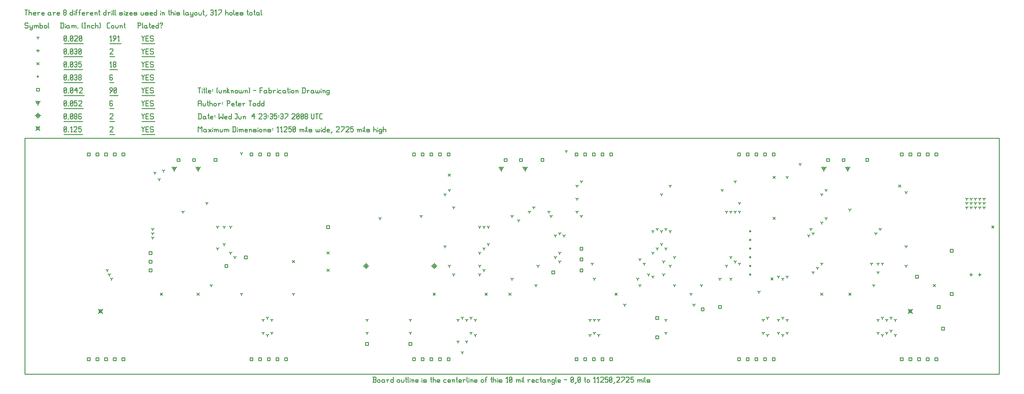
<source format=gbr>
G04 start of page 10 for group -3984 idx -3984
G04 Title: (unknown), fab *
G04 Creator: pcb-bin 20060822 *
G04 CreationDate: Wed Jun  4 23:35:37 2008 UTC *
G04 For: pete *
G04 Format: Gerber/RS-274X *
G04 PCB-Dimensions: 1125000 272500 *
G04 PCB-Coordinate-Origin: lower left *
%MOIN*%
%FSLAX24Y24*%
%LNFAB*%
%ADD11R,0.0080X0.0080*%
%ADD12C,0.0100*%
G54D11*X8510Y7490D02*X8990Y7010D01*
X8510D02*X8990Y7490D01*
X8590Y7410D02*X8910D01*
X8590D02*Y7090D01*
X8910D01*
Y7410D02*Y7090D01*
X102010Y7490D02*X102490Y7010D01*
X102010D02*X102490Y7490D01*
X102090Y7410D02*X102410D01*
X102090D02*Y7090D01*
X102410D01*
Y7410D02*Y7090D01*
X1260Y28615D02*X1740Y28135D01*
X1260D02*X1740Y28615D01*
X1340Y28535D02*X1660D01*
X1340D02*Y28215D01*
X1660D01*
Y28535D02*Y28215D01*
G54D12*X13500Y28600D02*Y28525D01*
X13650Y28375D01*
X13800Y28525D01*
Y28600D02*Y28525D01*
X13650Y28375D02*Y28000D01*
X13980Y28300D02*X14205D01*
X13980Y28000D02*X14280D01*
X13980Y28600D02*Y28000D01*
Y28600D02*X14280D01*
X14760D02*X14835Y28525D01*
X14535Y28600D02*X14760D01*
X14460Y28525D02*X14535Y28600D01*
X14460Y28525D02*Y28375D01*
X14535Y28300D01*
X14760D01*
X14835Y28225D01*
Y28075D01*
X14760Y28000D02*X14835Y28075D01*
X14535Y28000D02*X14760D01*
X14460Y28075D02*X14535Y28000D01*
X13500Y27674D02*X15015D01*
X9800Y28525D02*X9875Y28600D01*
X10100D01*
X10175Y28525D01*
Y28375D01*
X9800Y28000D02*X10175Y28375D01*
X9800Y28000D02*X10175D01*
X9800Y27674D02*X10355D01*
X4500Y28075D02*X4575Y28000D01*
X4500Y28525D02*Y28075D01*
Y28525D02*X4575Y28600D01*
X4725D01*
X4800Y28525D01*
Y28075D01*
X4725Y28000D02*X4800Y28075D01*
X4575Y28000D02*X4725D01*
X4500Y28150D02*X4800Y28450D01*
X4980Y28000D02*X5055D01*
X5310D02*X5460D01*
X5385Y28600D02*Y28000D01*
X5235Y28450D02*X5385Y28600D01*
X5640Y28525D02*X5715Y28600D01*
X5940D01*
X6015Y28525D01*
Y28375D01*
X5640Y28000D02*X6015Y28375D01*
X5640Y28000D02*X6015D01*
X6195Y28600D02*X6495D01*
X6195D02*Y28300D01*
X6270Y28375D01*
X6420D01*
X6495Y28300D01*
Y28075D01*
X6420Y28000D02*X6495Y28075D01*
X6270Y28000D02*X6420D01*
X6195Y28075D02*X6270Y28000D01*
X4500Y27674D02*X6675D01*
X39387Y12820D02*Y12180D01*
X39067Y12500D02*X39707D01*
X39227Y12660D02*X39547D01*
X39227D02*Y12340D01*
X39547D01*
Y12660D02*Y12340D01*
X47261Y12820D02*Y12180D01*
X46941Y12500D02*X47581D01*
X47101Y12660D02*X47421D01*
X47101D02*Y12340D01*
X47421D01*
Y12660D02*Y12340D01*
X1500Y30195D02*Y29555D01*
X1180Y29875D02*X1820D01*
X1340Y30035D02*X1660D01*
X1340D02*Y29715D01*
X1660D01*
Y30035D02*Y29715D01*
X13500Y30100D02*Y30025D01*
X13650Y29875D01*
X13800Y30025D01*
Y30100D02*Y30025D01*
X13650Y29875D02*Y29500D01*
X13980Y29800D02*X14205D01*
X13980Y29500D02*X14280D01*
X13980Y30100D02*Y29500D01*
Y30100D02*X14280D01*
X14760D02*X14835Y30025D01*
X14535Y30100D02*X14760D01*
X14460Y30025D02*X14535Y30100D01*
X14460Y30025D02*Y29875D01*
X14535Y29800D01*
X14760D01*
X14835Y29725D01*
Y29575D01*
X14760Y29500D02*X14835Y29575D01*
X14535Y29500D02*X14760D01*
X14460Y29575D02*X14535Y29500D01*
X13500Y29174D02*X15015D01*
X9800Y30025D02*X9875Y30100D01*
X10100D01*
X10175Y30025D01*
Y29875D01*
X9800Y29500D02*X10175Y29875D01*
X9800Y29500D02*X10175D01*
X9800Y29174D02*X10355D01*
X4500Y29575D02*X4575Y29500D01*
X4500Y30025D02*Y29575D01*
Y30025D02*X4575Y30100D01*
X4725D01*
X4800Y30025D01*
Y29575D01*
X4725Y29500D02*X4800Y29575D01*
X4575Y29500D02*X4725D01*
X4500Y29650D02*X4800Y29950D01*
X4980Y29500D02*X5055D01*
X5235Y29575D02*X5310Y29500D01*
X5235Y30025D02*Y29575D01*
Y30025D02*X5310Y30100D01*
X5460D01*
X5535Y30025D01*
Y29575D01*
X5460Y29500D02*X5535Y29575D01*
X5310Y29500D02*X5460D01*
X5235Y29650D02*X5535Y29950D01*
X5715Y29575D02*X5790Y29500D01*
X5715Y29725D02*Y29575D01*
Y29725D02*X5790Y29800D01*
X5940D01*
X6015Y29725D01*
Y29575D01*
X5940Y29500D02*X6015Y29575D01*
X5790Y29500D02*X5940D01*
X5715Y29875D02*X5790Y29800D01*
X5715Y30025D02*Y29875D01*
Y30025D02*X5790Y30100D01*
X5940D01*
X6015Y30025D01*
Y29875D01*
X5940Y29800D02*X6015Y29875D01*
X6420Y30100D02*X6495Y30025D01*
X6270Y30100D02*X6420D01*
X6195Y30025D02*X6270Y30100D01*
X6195Y30025D02*Y29575D01*
X6270Y29500D01*
X6420Y29800D02*X6495Y29725D01*
X6195Y29800D02*X6420D01*
X6270Y29500D02*X6420D01*
X6495Y29575D01*
Y29725D02*Y29575D01*
X4500Y29174D02*X6675D01*
X17250Y23750D02*Y23430D01*
Y23750D02*X17527Y23910D01*
X17250Y23750D02*X16972Y23910D01*
X17090Y23750D02*G75*G03X17410Y23750I160J0D01*G01*
G75*G03X17090Y23750I-160J0D01*G01*
X20005D02*Y23430D01*
Y23750D02*X20283Y23910D01*
X20005Y23750D02*X19728Y23910D01*
X19845Y23750D02*G75*G03X20165Y23750I160J0D01*G01*
G75*G03X19845Y23750I-160J0D01*G01*
X55000D02*Y23430D01*
Y23750D02*X55277Y23910D01*
X55000Y23750D02*X54722Y23910D01*
X54840Y23750D02*G75*G03X55160Y23750I160J0D01*G01*
G75*G03X54840Y23750I-160J0D01*G01*
X57755D02*Y23430D01*
Y23750D02*X58033Y23910D01*
X57755Y23750D02*X57478Y23910D01*
X57595Y23750D02*G75*G03X57915Y23750I160J0D01*G01*
G75*G03X57595Y23750I-160J0D01*G01*
X92250D02*Y23430D01*
Y23750D02*X92527Y23910D01*
X92250Y23750D02*X91972Y23910D01*
X92090Y23750D02*G75*G03X92410Y23750I160J0D01*G01*
G75*G03X92090Y23750I-160J0D01*G01*
X95005D02*Y23430D01*
Y23750D02*X95283Y23910D01*
X95005Y23750D02*X94728Y23910D01*
X94845Y23750D02*G75*G03X95165Y23750I160J0D01*G01*
G75*G03X94845Y23750I-160J0D01*G01*
X1500Y31375D02*Y31055D01*
Y31375D02*X1777Y31535D01*
X1500Y31375D02*X1222Y31535D01*
X1340Y31375D02*G75*G03X1660Y31375I160J0D01*G01*
G75*G03X1340Y31375I-160J0D01*G01*
X13500Y31600D02*Y31525D01*
X13650Y31375D01*
X13800Y31525D01*
Y31600D02*Y31525D01*
X13650Y31375D02*Y31000D01*
X13980Y31300D02*X14205D01*
X13980Y31000D02*X14280D01*
X13980Y31600D02*Y31000D01*
Y31600D02*X14280D01*
X14760D02*X14835Y31525D01*
X14535Y31600D02*X14760D01*
X14460Y31525D02*X14535Y31600D01*
X14460Y31525D02*Y31375D01*
X14535Y31300D01*
X14760D01*
X14835Y31225D01*
Y31075D01*
X14760Y31000D02*X14835Y31075D01*
X14535Y31000D02*X14760D01*
X14460Y31075D02*X14535Y31000D01*
X13500Y30674D02*X15015D01*
X10025Y31600D02*X10100Y31525D01*
X9875Y31600D02*X10025D01*
X9800Y31525D02*X9875Y31600D01*
X9800Y31525D02*Y31075D01*
X9875Y31000D01*
X10025Y31300D02*X10100Y31225D01*
X9800Y31300D02*X10025D01*
X9875Y31000D02*X10025D01*
X10100Y31075D01*
Y31225D02*Y31075D01*
X9800Y30674D02*X10280D01*
X4500Y31075D02*X4575Y31000D01*
X4500Y31525D02*Y31075D01*
Y31525D02*X4575Y31600D01*
X4725D01*
X4800Y31525D01*
Y31075D01*
X4725Y31000D02*X4800Y31075D01*
X4575Y31000D02*X4725D01*
X4500Y31150D02*X4800Y31450D01*
X4980Y31000D02*X5055D01*
X5235Y31075D02*X5310Y31000D01*
X5235Y31525D02*Y31075D01*
Y31525D02*X5310Y31600D01*
X5460D01*
X5535Y31525D01*
Y31075D01*
X5460Y31000D02*X5535Y31075D01*
X5310Y31000D02*X5460D01*
X5235Y31150D02*X5535Y31450D01*
X5715Y31600D02*X6015D01*
X5715D02*Y31300D01*
X5790Y31375D01*
X5940D01*
X6015Y31300D01*
Y31075D01*
X5940Y31000D02*X6015Y31075D01*
X5790Y31000D02*X5940D01*
X5715Y31075D02*X5790Y31000D01*
X6195Y31525D02*X6270Y31600D01*
X6495D01*
X6570Y31525D01*
Y31375D01*
X6195Y31000D02*X6570Y31375D01*
X6195Y31000D02*X6570D01*
X4500Y30674D02*X6750D01*
X106840Y14410D02*X107160D01*
X106840D02*Y14090D01*
X107160D01*
Y14410D02*Y14090D01*
X106840Y9410D02*X107160D01*
X106840D02*Y9090D01*
X107160D01*
Y9410D02*Y9090D01*
X44340Y3660D02*X44660D01*
X44340D02*Y3340D01*
X44660D01*
Y3660D02*Y3340D01*
X14340Y14160D02*X14660D01*
X14340D02*Y13840D01*
X14660D01*
Y14160D02*Y13840D01*
X14340Y13160D02*X14660D01*
X14340D02*Y12840D01*
X14660D01*
Y13160D02*Y12840D01*
X14340Y12160D02*X14660D01*
X14340D02*Y11840D01*
X14660D01*
Y12160D02*Y11840D01*
X102840Y11410D02*X103160D01*
X102840D02*Y11090D01*
X103160D01*
Y11410D02*Y11090D01*
X60840Y11910D02*X61160D01*
X60840D02*Y11590D01*
X61160D01*
Y11910D02*Y11590D01*
X25340Y13660D02*X25660D01*
X25340D02*Y13340D01*
X25660D01*
Y13660D02*Y13340D01*
X34840Y17160D02*X35160D01*
X34840D02*Y16840D01*
X35160D01*
Y17160D02*Y16840D01*
X78090Y7660D02*X78410D01*
X78090D02*Y7340D01*
X78410D01*
Y7660D02*Y7340D01*
X82295Y1890D02*X82615D01*
X82295D02*Y1570D01*
X82615D01*
Y1890D02*Y1570D01*
X84295Y1890D02*X84615D01*
X84295D02*Y1570D01*
X84615D01*
Y1890D02*Y1570D01*
X83295Y1890D02*X83615D01*
X83295D02*Y1570D01*
X83615D01*
Y1890D02*Y1570D01*
X86295Y1890D02*X86615D01*
X86295D02*Y1570D01*
X86615D01*
Y1890D02*Y1570D01*
X86295Y25560D02*X86615D01*
X86295D02*Y25240D01*
X86615D01*
Y25560D02*Y25240D01*
X85295Y25560D02*X85615D01*
X85295D02*Y25240D01*
X85615D01*
Y25560D02*Y25240D01*
X84295Y25560D02*X84615D01*
X84295D02*Y25240D01*
X84615D01*
Y25560D02*Y25240D01*
X83295Y25560D02*X83615D01*
X83295D02*Y25240D01*
X83615D01*
Y25560D02*Y25240D01*
X82295Y25560D02*X82615D01*
X82295D02*Y25240D01*
X82615D01*
Y25560D02*Y25240D01*
X85295Y1890D02*X85615D01*
X85295D02*Y1570D01*
X85615D01*
Y1890D02*Y1570D01*
X64090Y14660D02*X64410D01*
X64090D02*Y14340D01*
X64410D01*
Y14660D02*Y14340D01*
X64090Y13410D02*X64410D01*
X64090D02*Y13090D01*
X64410D01*
Y13410D02*Y13090D01*
X19353Y24894D02*X19673D01*
X19353D02*Y24574D01*
X19673D01*
Y24894D02*Y24574D01*
X17582Y24894D02*X17902D01*
X17582D02*Y24574D01*
X17902D01*
Y24894D02*Y24574D01*
X64090Y12160D02*X64410D01*
X64090D02*Y11840D01*
X64410D01*
Y12160D02*Y11840D01*
X57103Y24894D02*X57423D01*
X57103D02*Y24574D01*
X57423D01*
Y24894D02*Y24574D01*
X55332Y24894D02*X55652D01*
X55332D02*Y24574D01*
X55652D01*
Y24894D02*Y24574D01*
X72840Y4410D02*X73160D01*
X72840D02*Y4090D01*
X73160D01*
Y4410D02*Y4090D01*
X94353Y24894D02*X94673D01*
X94353D02*Y24574D01*
X94673D01*
Y24894D02*Y24574D01*
X92582Y24894D02*X92902D01*
X92582D02*Y24574D01*
X92902D01*
Y24894D02*Y24574D01*
X72840Y6660D02*X73160D01*
X72840D02*Y6340D01*
X73160D01*
Y6660D02*Y6340D01*
X80090Y7910D02*X80410D01*
X80090D02*Y7590D01*
X80410D01*
Y7910D02*Y7590D01*
X21840Y24910D02*X22160D01*
X21840D02*Y24590D01*
X22160D01*
Y24910D02*Y24590D01*
X105340Y7910D02*X105660D01*
X105340D02*Y7590D01*
X105660D01*
Y7910D02*Y7590D01*
X59590Y24910D02*X59910D01*
X59590D02*Y24590D01*
X59910D01*
Y24910D02*Y24590D01*
X105840Y5410D02*X106160D01*
X105840D02*Y5090D01*
X106160D01*
Y5410D02*Y5090D01*
X97090Y24910D02*X97410D01*
X97090D02*Y24590D01*
X97410D01*
Y24910D02*Y24590D01*
X23090Y12660D02*X23410D01*
X23090D02*Y12340D01*
X23410D01*
Y12660D02*Y12340D01*
X39340Y3660D02*X39660D01*
X39340D02*Y3340D01*
X39660D01*
Y3660D02*Y3340D01*
X44755Y1890D02*X45075D01*
X44755D02*Y1570D01*
X45075D01*
Y1890D02*Y1570D01*
X46755Y1890D02*X47075D01*
X46755D02*Y1570D01*
X47075D01*
Y1890D02*Y1570D01*
X45755Y1890D02*X46075D01*
X45755D02*Y1570D01*
X46075D01*
Y1890D02*Y1570D01*
X48755Y1890D02*X49075D01*
X48755D02*Y1570D01*
X49075D01*
Y1890D02*Y1570D01*
X48755Y25560D02*X49075D01*
X48755D02*Y25240D01*
X49075D01*
Y25560D02*Y25240D01*
X47755Y25560D02*X48075D01*
X47755D02*Y25240D01*
X48075D01*
Y25560D02*Y25240D01*
X46755Y25560D02*X47075D01*
X46755D02*Y25240D01*
X47075D01*
Y25560D02*Y25240D01*
X45755Y25560D02*X46075D01*
X45755D02*Y25240D01*
X46075D01*
Y25560D02*Y25240D01*
X44755Y25560D02*X45075D01*
X44755D02*Y25240D01*
X45075D01*
Y25560D02*Y25240D01*
X47755Y1890D02*X48075D01*
X47755D02*Y1570D01*
X48075D01*
Y1890D02*Y1570D01*
X67525Y25560D02*X67845D01*
X67525D02*Y25240D01*
X67845D01*
Y25560D02*Y25240D01*
X65525Y25560D02*X65845D01*
X65525D02*Y25240D01*
X65845D01*
Y25560D02*Y25240D01*
X66525Y25560D02*X66845D01*
X66525D02*Y25240D01*
X66845D01*
Y25560D02*Y25240D01*
X63525Y25560D02*X63845D01*
X63525D02*Y25240D01*
X63845D01*
Y25560D02*Y25240D01*
X63525Y1890D02*X63845D01*
X63525D02*Y1570D01*
X63845D01*
Y1890D02*Y1570D01*
X64525Y1890D02*X64845D01*
X64525D02*Y1570D01*
X64845D01*
Y1890D02*Y1570D01*
X65525Y1890D02*X65845D01*
X65525D02*Y1570D01*
X65845D01*
Y1890D02*Y1570D01*
X66525Y1890D02*X66845D01*
X66525D02*Y1570D01*
X66845D01*
Y1890D02*Y1570D01*
X67525Y1890D02*X67845D01*
X67525D02*Y1570D01*
X67845D01*
Y1890D02*Y1570D01*
X64525Y25560D02*X64845D01*
X64525D02*Y25240D01*
X64845D01*
Y25560D02*Y25240D01*
X101065Y1890D02*X101385D01*
X101065D02*Y1570D01*
X101385D01*
Y1890D02*Y1570D01*
X103065Y1890D02*X103385D01*
X103065D02*Y1570D01*
X103385D01*
Y1890D02*Y1570D01*
X102065Y1890D02*X102385D01*
X102065D02*Y1570D01*
X102385D01*
Y1890D02*Y1570D01*
X105065Y1890D02*X105385D01*
X105065D02*Y1570D01*
X105385D01*
Y1890D02*Y1570D01*
X105065Y25560D02*X105385D01*
X105065D02*Y25240D01*
X105385D01*
Y25560D02*Y25240D01*
X104065Y25560D02*X104385D01*
X104065D02*Y25240D01*
X104385D01*
Y25560D02*Y25240D01*
X103065Y25560D02*X103385D01*
X103065D02*Y25240D01*
X103385D01*
Y25560D02*Y25240D01*
X102065Y25560D02*X102385D01*
X102065D02*Y25240D01*
X102385D01*
Y25560D02*Y25240D01*
X101065Y25560D02*X101385D01*
X101065D02*Y25240D01*
X101385D01*
Y25560D02*Y25240D01*
X104065Y1890D02*X104385D01*
X104065D02*Y1570D01*
X104385D01*
Y1890D02*Y1570D01*
X11215Y25560D02*X11535D01*
X11215D02*Y25240D01*
X11535D01*
Y25560D02*Y25240D01*
X9215Y25560D02*X9535D01*
X9215D02*Y25240D01*
X9535D01*
Y25560D02*Y25240D01*
X10215Y25560D02*X10535D01*
X10215D02*Y25240D01*
X10535D01*
Y25560D02*Y25240D01*
X7215Y25560D02*X7535D01*
X7215D02*Y25240D01*
X7535D01*
Y25560D02*Y25240D01*
X7215Y1890D02*X7535D01*
X7215D02*Y1570D01*
X7535D01*
Y1890D02*Y1570D01*
X8215Y1890D02*X8535D01*
X8215D02*Y1570D01*
X8535D01*
Y1890D02*Y1570D01*
X9215Y1890D02*X9535D01*
X9215D02*Y1570D01*
X9535D01*
Y1890D02*Y1570D01*
X10215Y1890D02*X10535D01*
X10215D02*Y1570D01*
X10535D01*
Y1890D02*Y1570D01*
X11215Y1890D02*X11535D01*
X11215D02*Y1570D01*
X11535D01*
Y1890D02*Y1570D01*
X8215Y25560D02*X8535D01*
X8215D02*Y25240D01*
X8535D01*
Y25560D02*Y25240D01*
X29985Y25560D02*X30305D01*
X29985D02*Y25240D01*
X30305D01*
Y25560D02*Y25240D01*
X27985Y25560D02*X28305D01*
X27985D02*Y25240D01*
X28305D01*
Y25560D02*Y25240D01*
X28985Y25560D02*X29305D01*
X28985D02*Y25240D01*
X29305D01*
Y25560D02*Y25240D01*
X25985Y25560D02*X26305D01*
X25985D02*Y25240D01*
X26305D01*
Y25560D02*Y25240D01*
X25985Y1890D02*X26305D01*
X25985D02*Y1570D01*
X26305D01*
Y1890D02*Y1570D01*
X26985Y1890D02*X27305D01*
X26985D02*Y1570D01*
X27305D01*
Y1890D02*Y1570D01*
X27985Y1890D02*X28305D01*
X27985D02*Y1570D01*
X28305D01*
Y1890D02*Y1570D01*
X28985Y1890D02*X29305D01*
X28985D02*Y1570D01*
X29305D01*
Y1890D02*Y1570D01*
X29985Y1890D02*X30305D01*
X29985D02*Y1570D01*
X30305D01*
Y1890D02*Y1570D01*
X26985Y25560D02*X27305D01*
X26985D02*Y25240D01*
X27305D01*
Y25560D02*Y25240D01*
X1340Y33035D02*X1660D01*
X1340D02*Y32715D01*
X1660D01*
Y33035D02*Y32715D01*
X13500Y33100D02*Y33025D01*
X13650Y32875D01*
X13800Y33025D01*
Y33100D02*Y33025D01*
X13650Y32875D02*Y32500D01*
X13980Y32800D02*X14205D01*
X13980Y32500D02*X14280D01*
X13980Y33100D02*Y32500D01*
Y33100D02*X14280D01*
X14760D02*X14835Y33025D01*
X14535Y33100D02*X14760D01*
X14460Y33025D02*X14535Y33100D01*
X14460Y33025D02*Y32875D01*
X14535Y32800D01*
X14760D01*
X14835Y32725D01*
Y32575D01*
X14760Y32500D02*X14835Y32575D01*
X14535Y32500D02*X14760D01*
X14460Y32575D02*X14535Y32500D01*
X13500Y32174D02*X15015D01*
X9800Y32500D02*X10100Y32800D01*
Y33025D02*Y32800D01*
X10025Y33100D02*X10100Y33025D01*
X9875Y33100D02*X10025D01*
X9800Y33025D02*X9875Y33100D01*
X9800Y33025D02*Y32875D01*
X9875Y32800D01*
X10100D01*
X10280Y32575D02*X10355Y32500D01*
X10280Y33025D02*Y32575D01*
Y33025D02*X10355Y33100D01*
X10505D01*
X10580Y33025D01*
Y32575D01*
X10505Y32500D02*X10580Y32575D01*
X10355Y32500D02*X10505D01*
X10280Y32650D02*X10580Y32950D01*
X9800Y32174D02*X10760D01*
X4500Y32575D02*X4575Y32500D01*
X4500Y33025D02*Y32575D01*
Y33025D02*X4575Y33100D01*
X4725D01*
X4800Y33025D01*
Y32575D01*
X4725Y32500D02*X4800Y32575D01*
X4575Y32500D02*X4725D01*
X4500Y32650D02*X4800Y32950D01*
X4980Y32500D02*X5055D01*
X5235Y32575D02*X5310Y32500D01*
X5235Y33025D02*Y32575D01*
Y33025D02*X5310Y33100D01*
X5460D01*
X5535Y33025D01*
Y32575D01*
X5460Y32500D02*X5535Y32575D01*
X5310Y32500D02*X5460D01*
X5235Y32650D02*X5535Y32950D01*
X5715Y32800D02*X6015Y33100D01*
X5715Y32800D02*X6090D01*
X6015Y33100D02*Y32500D01*
X6270Y33025D02*X6345Y33100D01*
X6570D01*
X6645Y33025D01*
Y32875D01*
X6270Y32500D02*X6645Y32875D01*
X6270Y32500D02*X6645D01*
X4500Y32174D02*X6825D01*
X83670Y11500D02*G75*G03X83830Y11500I80J0D01*G01*
G75*G03X83670Y11500I-80J0D01*G01*
Y12500D02*G75*G03X83830Y12500I80J0D01*G01*
G75*G03X83670Y12500I-80J0D01*G01*
Y13500D02*G75*G03X83830Y13500I80J0D01*G01*
G75*G03X83670Y13500I-80J0D01*G01*
Y14500D02*G75*G03X83830Y14500I80J0D01*G01*
G75*G03X83670Y14500I-80J0D01*G01*
Y15500D02*G75*G03X83830Y15500I80J0D01*G01*
G75*G03X83670Y15500I-80J0D01*G01*
Y16500D02*G75*G03X83830Y16500I80J0D01*G01*
G75*G03X83670Y16500I-80J0D01*G01*
X1420Y34375D02*G75*G03X1580Y34375I80J0D01*G01*
G75*G03X1420Y34375I-80J0D01*G01*
X13500Y34600D02*Y34525D01*
X13650Y34375D01*
X13800Y34525D01*
Y34600D02*Y34525D01*
X13650Y34375D02*Y34000D01*
X13980Y34300D02*X14205D01*
X13980Y34000D02*X14280D01*
X13980Y34600D02*Y34000D01*
Y34600D02*X14280D01*
X14760D02*X14835Y34525D01*
X14535Y34600D02*X14760D01*
X14460Y34525D02*X14535Y34600D01*
X14460Y34525D02*Y34375D01*
X14535Y34300D01*
X14760D01*
X14835Y34225D01*
Y34075D01*
X14760Y34000D02*X14835Y34075D01*
X14535Y34000D02*X14760D01*
X14460Y34075D02*X14535Y34000D01*
X13500Y33674D02*X15015D01*
X10025Y34600D02*X10100Y34525D01*
X9875Y34600D02*X10025D01*
X9800Y34525D02*X9875Y34600D01*
X9800Y34525D02*Y34075D01*
X9875Y34000D01*
X10025Y34300D02*X10100Y34225D01*
X9800Y34300D02*X10025D01*
X9875Y34000D02*X10025D01*
X10100Y34075D01*
Y34225D02*Y34075D01*
X9800Y33674D02*X10280D01*
X4500Y34075D02*X4575Y34000D01*
X4500Y34525D02*Y34075D01*
Y34525D02*X4575Y34600D01*
X4725D01*
X4800Y34525D01*
Y34075D01*
X4725Y34000D02*X4800Y34075D01*
X4575Y34000D02*X4725D01*
X4500Y34150D02*X4800Y34450D01*
X4980Y34000D02*X5055D01*
X5235Y34075D02*X5310Y34000D01*
X5235Y34525D02*Y34075D01*
Y34525D02*X5310Y34600D01*
X5460D01*
X5535Y34525D01*
Y34075D01*
X5460Y34000D02*X5535Y34075D01*
X5310Y34000D02*X5460D01*
X5235Y34150D02*X5535Y34450D01*
X5715Y34525D02*X5790Y34600D01*
X5940D01*
X6015Y34525D01*
Y34075D01*
X5940Y34000D02*X6015Y34075D01*
X5790Y34000D02*X5940D01*
X5715Y34075D02*X5790Y34000D01*
Y34300D02*X6015D01*
X6195Y34075D02*X6270Y34000D01*
X6195Y34225D02*Y34075D01*
Y34225D02*X6270Y34300D01*
X6420D01*
X6495Y34225D01*
Y34075D01*
X6420Y34000D02*X6495Y34075D01*
X6270Y34000D02*X6420D01*
X6195Y34375D02*X6270Y34300D01*
X6195Y34525D02*Y34375D01*
Y34525D02*X6270Y34600D01*
X6420D01*
X6495Y34525D01*
Y34375D01*
X6420Y34300D02*X6495Y34375D01*
X4500Y33674D02*X6675D01*
X34880Y14120D02*X35120Y13880D01*
X34880D02*X35120Y14120D01*
X34880Y12120D02*X35120Y11880D01*
X34880D02*X35120Y12120D01*
X30880Y13120D02*X31120Y12880D01*
X30880D02*X31120Y13120D01*
X86130Y11120D02*X86370Y10880D01*
X86130D02*X86370Y11120D01*
X47130Y9370D02*X47370Y9130D01*
X47130D02*X47370Y9370D01*
X100880Y21870D02*X101120Y21630D01*
X100880D02*X101120Y21870D01*
X91880Y9370D02*X92120Y9130D01*
X91880D02*X92120Y9370D01*
X53130D02*X53370Y9130D01*
X53130D02*X53370Y9370D01*
X15630D02*X15870Y9130D01*
X15630D02*X15870Y9370D01*
X19880D02*X20120Y9130D01*
X19880D02*X20120Y9370D01*
X55880D02*X56120Y9130D01*
X55880D02*X56120Y9370D01*
X95130D02*X95370Y9130D01*
X95130D02*X95370Y9370D01*
X86380Y18120D02*X86620Y17880D01*
X86380D02*X86620Y18120D01*
X86380Y22870D02*X86620Y22630D01*
X86380D02*X86620Y22870D01*
X68130Y9370D02*X68370Y9130D01*
X68130D02*X68370Y9370D01*
X48880Y23120D02*X49120Y22880D01*
X48880D02*X49120Y23120D01*
X104880Y10370D02*X105120Y10130D01*
X104880D02*X105120Y10370D01*
X111630Y17120D02*X111870Y16880D01*
X111630D02*X111870Y17120D01*
X1380Y35995D02*X1620Y35755D01*
X1380D02*X1620Y35995D01*
X13500Y36100D02*Y36025D01*
X13650Y35875D01*
X13800Y36025D01*
Y36100D02*Y36025D01*
X13650Y35875D02*Y35500D01*
X13980Y35800D02*X14205D01*
X13980Y35500D02*X14280D01*
X13980Y36100D02*Y35500D01*
Y36100D02*X14280D01*
X14760D02*X14835Y36025D01*
X14535Y36100D02*X14760D01*
X14460Y36025D02*X14535Y36100D01*
X14460Y36025D02*Y35875D01*
X14535Y35800D01*
X14760D01*
X14835Y35725D01*
Y35575D01*
X14760Y35500D02*X14835Y35575D01*
X14535Y35500D02*X14760D01*
X14460Y35575D02*X14535Y35500D01*
X13500Y35174D02*X15015D01*
X9875Y35500D02*X10025D01*
X9950Y36100D02*Y35500D01*
X9800Y35950D02*X9950Y36100D01*
X10205Y35575D02*X10280Y35500D01*
X10205Y35725D02*Y35575D01*
Y35725D02*X10280Y35800D01*
X10430D01*
X10505Y35725D01*
Y35575D01*
X10430Y35500D02*X10505Y35575D01*
X10280Y35500D02*X10430D01*
X10205Y35875D02*X10280Y35800D01*
X10205Y36025D02*Y35875D01*
Y36025D02*X10280Y36100D01*
X10430D01*
X10505Y36025D01*
Y35875D01*
X10430Y35800D02*X10505Y35875D01*
X9800Y35174D02*X10685D01*
X4500Y35575D02*X4575Y35500D01*
X4500Y36025D02*Y35575D01*
Y36025D02*X4575Y36100D01*
X4725D01*
X4800Y36025D01*
Y35575D01*
X4725Y35500D02*X4800Y35575D01*
X4575Y35500D02*X4725D01*
X4500Y35650D02*X4800Y35950D01*
X4980Y35500D02*X5055D01*
X5235Y35575D02*X5310Y35500D01*
X5235Y36025D02*Y35575D01*
Y36025D02*X5310Y36100D01*
X5460D01*
X5535Y36025D01*
Y35575D01*
X5460Y35500D02*X5535Y35575D01*
X5310Y35500D02*X5460D01*
X5235Y35650D02*X5535Y35950D01*
X5715Y36025D02*X5790Y36100D01*
X5940D01*
X6015Y36025D01*
Y35575D01*
X5940Y35500D02*X6015Y35575D01*
X5790Y35500D02*X5940D01*
X5715Y35575D02*X5790Y35500D01*
Y35800D02*X6015D01*
X6195Y36100D02*X6495D01*
X6195D02*Y35800D01*
X6270Y35875D01*
X6420D01*
X6495Y35800D01*
Y35575D01*
X6420Y35500D02*X6495Y35575D01*
X6270Y35500D02*X6420D01*
X6195Y35575D02*X6270Y35500D01*
X4500Y35174D02*X6675D01*
X109250Y11660D02*Y11340D01*
X109090Y11500D02*X109410D01*
X110250Y11660D02*Y11340D01*
X110090Y11500D02*X110410D01*
X1500Y37535D02*Y37215D01*
X1340Y37375D02*X1660D01*
X13500Y37600D02*Y37525D01*
X13650Y37375D01*
X13800Y37525D01*
Y37600D02*Y37525D01*
X13650Y37375D02*Y37000D01*
X13980Y37300D02*X14205D01*
X13980Y37000D02*X14280D01*
X13980Y37600D02*Y37000D01*
Y37600D02*X14280D01*
X14760D02*X14835Y37525D01*
X14535Y37600D02*X14760D01*
X14460Y37525D02*X14535Y37600D01*
X14460Y37525D02*Y37375D01*
X14535Y37300D01*
X14760D01*
X14835Y37225D01*
Y37075D01*
X14760Y37000D02*X14835Y37075D01*
X14535Y37000D02*X14760D01*
X14460Y37075D02*X14535Y37000D01*
X13500Y36674D02*X15015D01*
X9800Y37525D02*X9875Y37600D01*
X10100D01*
X10175Y37525D01*
Y37375D01*
X9800Y37000D02*X10175Y37375D01*
X9800Y37000D02*X10175D01*
X9800Y36674D02*X10355D01*
X4500Y37075D02*X4575Y37000D01*
X4500Y37525D02*Y37075D01*
Y37525D02*X4575Y37600D01*
X4725D01*
X4800Y37525D01*
Y37075D01*
X4725Y37000D02*X4800Y37075D01*
X4575Y37000D02*X4725D01*
X4500Y37150D02*X4800Y37450D01*
X4980Y37000D02*X5055D01*
X5235Y37075D02*X5310Y37000D01*
X5235Y37525D02*Y37075D01*
Y37525D02*X5310Y37600D01*
X5460D01*
X5535Y37525D01*
Y37075D01*
X5460Y37000D02*X5535Y37075D01*
X5310Y37000D02*X5460D01*
X5235Y37150D02*X5535Y37450D01*
X5715Y37525D02*X5790Y37600D01*
X5940D01*
X6015Y37525D01*
Y37075D01*
X5940Y37000D02*X6015Y37075D01*
X5790Y37000D02*X5940D01*
X5715Y37075D02*X5790Y37000D01*
Y37300D02*X6015D01*
X6195Y37075D02*X6270Y37000D01*
X6195Y37525D02*Y37075D01*
Y37525D02*X6270Y37600D01*
X6420D01*
X6495Y37525D01*
Y37075D01*
X6420Y37000D02*X6495Y37075D01*
X6270Y37000D02*X6420D01*
X6195Y37150D02*X6495Y37450D01*
X4500Y36674D02*X6675D01*
X109250Y20250D02*Y20090D01*
Y20250D02*X109388Y20330D01*
X109250Y20250D02*X109111Y20330D01*
X109250Y19250D02*Y19090D01*
Y19250D02*X109388Y19330D01*
X109250Y19250D02*X109111Y19330D01*
X72500Y14000D02*Y13840D01*
Y14000D02*X72638Y14080D01*
X72500Y14000D02*X72361Y14080D01*
X78100Y10250D02*Y10090D01*
Y10250D02*X78238Y10330D01*
X78100Y10250D02*X77961Y10330D01*
X91000Y11750D02*Y11590D01*
Y11750D02*X91138Y11830D01*
X91000Y11750D02*X90861Y11830D01*
X95250Y19000D02*Y18840D01*
Y19000D02*X95388Y19080D01*
X95250Y19000D02*X95111Y19080D01*
X101750Y21000D02*Y20840D01*
Y21000D02*X101888Y21080D01*
X101750Y21000D02*X101611Y21080D01*
X45750Y18250D02*Y18090D01*
Y18250D02*X45888Y18330D01*
X45750Y18250D02*X45611Y18330D01*
X92500Y21250D02*Y21090D01*
Y21250D02*X92638Y21330D01*
X92500Y21250D02*X92361Y21330D01*
X91500Y12250D02*Y12090D01*
Y12250D02*X91638Y12330D01*
X91500Y12250D02*X91361Y12330D01*
X92500Y18000D02*Y17840D01*
Y18000D02*X92638Y18080D01*
X92500Y18000D02*X92361Y18080D01*
X63750Y20250D02*Y20090D01*
Y20250D02*X63888Y20330D01*
X63750Y20250D02*X63611Y20330D01*
X97750Y12750D02*Y12590D01*
Y12750D02*X97888Y12830D01*
X97750Y12750D02*X97611Y12830D01*
X74500Y16500D02*Y16340D01*
Y16500D02*X74638Y16580D01*
X74500Y16500D02*X74361Y16580D01*
X74500Y21750D02*Y21590D01*
Y21750D02*X74638Y21830D01*
X74500Y21750D02*X74361Y21830D01*
X72500Y16500D02*Y16340D01*
Y16500D02*X72638Y16580D01*
X72500Y16500D02*X72361Y16580D01*
X76900Y9250D02*Y9090D01*
Y9250D02*X77038Y9330D01*
X76900Y9250D02*X76761Y9330D01*
X80250Y11000D02*Y10840D01*
Y11000D02*X80388Y11080D01*
X80250Y11000D02*X80111Y11080D01*
X108750Y20250D02*Y20090D01*
Y20250D02*X108888Y20330D01*
X108750Y20250D02*X108611Y20330D01*
X108750Y19750D02*Y19590D01*
Y19750D02*X108888Y19830D01*
X108750Y19750D02*X108611Y19830D01*
X69250Y8000D02*Y7840D01*
Y8000D02*X69388Y8080D01*
X69250Y8000D02*X69111Y8080D01*
X92000Y12750D02*Y12590D01*
Y12750D02*X92138Y12830D01*
X92000Y12750D02*X91861Y12830D01*
X101750Y14750D02*Y14590D01*
Y14750D02*X101888Y14830D01*
X101750Y14750D02*X101611Y14830D01*
X92000Y20750D02*Y20590D01*
Y20750D02*X92138Y20830D01*
X92000Y20750D02*X91861Y20830D01*
X27500Y6250D02*Y6090D01*
Y6250D02*X27638Y6330D01*
X27500Y6250D02*X27361Y6330D01*
X108750Y19250D02*Y19090D01*
Y19250D02*X108888Y19330D01*
X108750Y19250D02*X108611Y19330D01*
X109250Y19750D02*Y19590D01*
Y19750D02*X109388Y19830D01*
X109250Y19750D02*X109111Y19830D01*
X92000Y17500D02*Y17340D01*
Y17500D02*X92138Y17580D01*
X92000Y17500D02*X91861Y17580D01*
X87000Y11250D02*Y11090D01*
Y11250D02*X87138Y11330D01*
X87000Y11250D02*X86861Y11330D01*
X98000Y10250D02*Y10090D01*
Y10250D02*X98138Y10330D01*
X98000Y10250D02*X97861Y10330D01*
X59000Y10250D02*Y10090D01*
Y10250D02*X59138Y10330D01*
X59000Y10250D02*X58861Y10330D01*
X21500Y10250D02*Y10090D01*
Y10250D02*X21638Y10330D01*
X21500Y10250D02*X21361Y10330D01*
X14750Y15750D02*Y15590D01*
Y15750D02*X14888Y15830D01*
X14750Y15750D02*X14611Y15830D01*
X14750Y16250D02*Y16090D01*
Y16250D02*X14888Y16330D01*
X14750Y16250D02*X14611Y16330D01*
X14750Y16750D02*Y16590D01*
Y16750D02*X14888Y16830D01*
X14750Y16750D02*X14611Y16830D01*
X16000Y23500D02*Y23340D01*
Y23500D02*X16138Y23580D01*
X16000Y23500D02*X15861Y23580D01*
X15500Y22500D02*Y22340D01*
Y22500D02*X15638Y22580D01*
X15500Y22500D02*X15361Y22580D01*
X15000Y23250D02*Y23090D01*
Y23250D02*X15138Y23330D01*
X15000Y23250D02*X14861Y23330D01*
X25000Y25500D02*Y25340D01*
Y25500D02*X25138Y25580D01*
X25000Y25500D02*X24861Y25580D01*
X23000Y15000D02*Y14840D01*
Y15000D02*X23138Y15080D01*
X23000Y15000D02*X22861Y15080D01*
X22250Y14500D02*Y14340D01*
Y14500D02*X22388Y14580D01*
X22250Y14500D02*X22111Y14580D01*
X23750Y14000D02*Y13840D01*
Y14000D02*X23888Y14080D01*
X23750Y14000D02*X23611Y14080D01*
X22250Y17000D02*Y16840D01*
Y17000D02*X22388Y17080D01*
X22250Y17000D02*X22111Y17080D01*
X23000Y17000D02*Y16840D01*
Y17000D02*X23138Y17080D01*
X23000Y17000D02*X22861Y17080D01*
X23750Y17000D02*Y16840D01*
Y17000D02*X23888Y17080D01*
X23750Y17000D02*X23611Y17080D01*
X50000Y6250D02*Y6090D01*
Y6250D02*X50138Y6330D01*
X50000Y6250D02*X49861Y6330D01*
X53500Y15000D02*Y14840D01*
Y15000D02*X53638Y15080D01*
X53500Y15000D02*X53361Y15080D01*
X53000Y14500D02*Y14340D01*
Y14500D02*X53138Y14580D01*
X53000Y14500D02*X52861Y14580D01*
X52500Y14000D02*Y13840D01*
Y14000D02*X52638Y14080D01*
X52500Y14000D02*X52361Y14080D01*
X53500Y17000D02*Y16840D01*
Y17000D02*X53638Y17080D01*
X53500Y17000D02*X53361Y17080D01*
X53000Y17000D02*Y16840D01*
Y17000D02*X53138Y17080D01*
X53000Y17000D02*X52861Y17080D01*
X52500Y17000D02*Y16840D01*
Y17000D02*X52638Y17080D01*
X52500Y17000D02*X52361Y17080D01*
X99500Y6250D02*Y6090D01*
Y6250D02*X99638Y6330D01*
X99500Y6250D02*X99361Y6330D01*
X98500Y6250D02*Y6090D01*
Y6250D02*X98638Y6330D01*
X98500Y6250D02*X98361Y6330D01*
X99000Y6500D02*Y6340D01*
Y6500D02*X99138Y6580D01*
X99000Y6500D02*X98861Y6580D01*
X98750Y16750D02*Y16590D01*
Y16750D02*X98888Y16830D01*
X98750Y16750D02*X98611Y16830D01*
X98250Y16250D02*Y16090D01*
Y16250D02*X98388Y16330D01*
X98250Y16250D02*X98111Y16330D01*
X99000Y12750D02*Y12590D01*
Y12750D02*X99138Y12830D01*
X99000Y12750D02*X98861Y12830D01*
X98500Y12750D02*Y12590D01*
Y12750D02*X98638Y12830D01*
X98500Y12750D02*X98361Y12830D01*
X90500Y16000D02*Y15840D01*
Y16000D02*X90638Y16080D01*
X90500Y16000D02*X90361Y16080D01*
X90750Y16750D02*Y16590D01*
Y16750D02*X90888Y16830D01*
X90750Y16750D02*X90611Y16830D01*
X91000Y16250D02*Y16090D01*
Y16250D02*X91138Y16330D01*
X91000Y16250D02*X90861Y16330D01*
X88000Y11250D02*Y11090D01*
Y11250D02*X88138Y11330D01*
X88000Y11250D02*X87861Y11330D01*
X87500Y11000D02*Y10840D01*
Y11000D02*X87638Y11080D01*
X87500Y11000D02*X87361Y11080D01*
X28000Y6500D02*Y6340D01*
Y6500D02*X28138Y6580D01*
X28000Y6500D02*X27861Y6580D01*
X25000Y9250D02*Y9090D01*
Y9250D02*X25138Y9330D01*
X25000Y9250D02*X24861Y9330D01*
X62500Y25750D02*Y25590D01*
Y25750D02*X62638Y25830D01*
X62500Y25750D02*X62361Y25830D01*
X61750Y14000D02*Y13840D01*
Y14000D02*X61888Y14080D01*
X61750Y14000D02*X61611Y14080D01*
X61250Y13500D02*Y13340D01*
Y13500D02*X61388Y13580D01*
X61250Y13500D02*X61111Y13580D01*
X61750Y13000D02*Y12840D01*
Y13000D02*X61888Y13080D01*
X61750Y13000D02*X61611Y13080D01*
X61250Y16000D02*Y15840D01*
Y16000D02*X61388Y16080D01*
X61250Y16000D02*X61111Y16080D01*
X61750Y16250D02*Y16090D01*
Y16250D02*X61888Y16330D01*
X61750Y16250D02*X61611Y16330D01*
X62250Y16000D02*Y15840D01*
Y16000D02*X62388Y16080D01*
X62250Y16000D02*X62111Y16080D01*
X24250Y13500D02*Y13340D01*
Y13500D02*X24388Y13580D01*
X24250Y13500D02*X24111Y13580D01*
X49500Y19250D02*Y19090D01*
Y19250D02*X49638Y19330D01*
X49500Y19250D02*X49361Y19330D01*
X49500Y11500D02*Y11340D01*
Y11500D02*X49638Y11580D01*
X49500Y11500D02*X49361Y11580D01*
X52500Y11500D02*Y11340D01*
Y11500D02*X52638Y11580D01*
X52500Y11500D02*X52361Y11580D01*
X49000Y21250D02*Y21090D01*
Y21250D02*X49138Y21330D01*
X49000Y21250D02*X48861Y21330D01*
X49000Y12500D02*Y12340D01*
Y12500D02*X49138Y12580D01*
X49000Y12500D02*X48861Y12580D01*
X52500Y12500D02*Y12340D01*
Y12500D02*X52638Y12580D01*
X52500Y12500D02*X52361Y12580D01*
X48500Y20750D02*Y20590D01*
Y20750D02*X48638Y20830D01*
X48500Y20750D02*X48361Y20830D01*
X48500Y14750D02*Y14590D01*
Y14750D02*X48638Y14830D01*
X48500Y14750D02*X48361Y14830D01*
X53000Y12000D02*Y11840D01*
Y12000D02*X53138Y12080D01*
X53000Y12000D02*X52861Y12080D01*
X59250Y12500D02*Y12340D01*
Y12500D02*X59388Y12580D01*
X59250Y12500D02*X59111Y12580D01*
X98500Y11750D02*Y11590D01*
Y11750D02*X98638Y11830D01*
X98500Y11750D02*X98361Y11830D01*
X74500Y12500D02*Y12340D01*
Y12500D02*X74638Y12580D01*
X74500Y12500D02*X74361Y12580D01*
X74000Y14500D02*Y14340D01*
Y14500D02*X74138Y14580D01*
X74000Y14500D02*X73861Y14580D01*
X74000Y16750D02*Y16590D01*
Y16750D02*X74138Y16830D01*
X74000Y16750D02*X73861Y16830D01*
X82000Y13000D02*Y12840D01*
Y13000D02*X82138Y13080D01*
X82000Y13000D02*X81861Y13080D01*
X82000Y22250D02*Y22090D01*
Y22250D02*X82138Y22330D01*
X82000Y22250D02*X81861Y22330D01*
X82000Y18750D02*Y18590D01*
Y18750D02*X82138Y18830D01*
X82000Y18750D02*X81861Y18830D01*
X81500Y13500D02*Y13340D01*
Y13500D02*X81638Y13580D01*
X81500Y13500D02*X81361Y13580D01*
X81500Y18750D02*Y18590D01*
Y18750D02*X81638Y18830D01*
X81500Y18750D02*X81361Y18830D01*
X63750Y18750D02*Y18590D01*
Y18750D02*X63888Y18830D01*
X63750Y18750D02*X63611Y18830D01*
X81000Y12500D02*Y12340D01*
Y12500D02*X81138Y12580D01*
X81000Y12500D02*X80861Y12580D01*
X81000Y18750D02*Y18590D01*
Y18750D02*X81138Y18830D01*
X81000Y18750D02*X80861Y18830D01*
X64250Y18250D02*Y18090D01*
Y18250D02*X64388Y18330D01*
X64250Y18250D02*X64111Y18330D01*
X80500Y21250D02*Y21090D01*
Y21250D02*X80638Y21330D01*
X80500Y21250D02*X80361Y21330D01*
X73500Y15000D02*Y14840D01*
Y15000D02*X73638Y15080D01*
X73500Y15000D02*X73361Y15080D01*
X73500Y16500D02*Y16340D01*
Y16500D02*X73638Y16580D01*
X73500Y16500D02*X73361Y16580D01*
X73500Y20750D02*Y20590D01*
Y20750D02*X73638Y20830D01*
X73500Y20750D02*X73361Y20830D01*
X82500Y12750D02*Y12590D01*
Y12750D02*X82638Y12830D01*
X82500Y12750D02*X82361Y12830D01*
X82500Y18750D02*Y18590D01*
Y18750D02*X82638Y18830D01*
X82500Y18750D02*X82361Y18830D01*
X82500Y19750D02*Y19590D01*
Y19750D02*X82638Y19830D01*
X82500Y19750D02*X82361Y19830D01*
X41000Y18000D02*Y17840D01*
Y18000D02*X41138Y18080D01*
X41000Y18000D02*X40861Y18080D01*
X31000Y9250D02*Y9090D01*
Y9250D02*X31138Y9330D01*
X31000Y9250D02*X30861Y9330D01*
X58750Y19250D02*Y19090D01*
Y19250D02*X58888Y19330D01*
X58750Y19250D02*X58611Y19330D01*
X60500Y18750D02*Y18590D01*
Y18750D02*X60638Y18830D01*
X60500Y18750D02*X60361Y18830D01*
X73000Y16750D02*Y16590D01*
Y16750D02*X73138Y16830D01*
X73000Y16750D02*X72861Y16830D01*
X58250Y18750D02*Y18590D01*
Y18750D02*X58388Y18830D01*
X58250Y18750D02*X58111Y18830D01*
X60750Y18250D02*Y18090D01*
Y18250D02*X60888Y18330D01*
X60750Y18250D02*X60611Y18330D01*
X56250Y11000D02*Y10840D01*
Y11000D02*X56388Y11080D01*
X56250Y11000D02*X56111Y11080D01*
X56250Y18250D02*Y18090D01*
Y18250D02*X56388Y18330D01*
X56250Y18250D02*X56111Y18330D01*
X57000Y17750D02*Y17590D01*
Y17750D02*X57138Y17830D01*
X57000Y17750D02*X56861Y17830D01*
X51000Y6250D02*Y6090D01*
Y6250D02*X51138Y6330D01*
X51000Y6250D02*X50861Y6330D01*
X50500Y6500D02*Y6340D01*
Y6500D02*X50638Y6580D01*
X50500Y6500D02*X50361Y6580D01*
X21000Y19750D02*Y19590D01*
Y19750D02*X21138Y19830D01*
X21000Y19750D02*X20861Y19830D01*
X18250Y18750D02*Y18590D01*
Y18750D02*X18388Y18830D01*
X18250Y18750D02*X18111Y18830D01*
X88000Y22750D02*Y22590D01*
Y22750D02*X88138Y22830D01*
X88000Y22750D02*X87861Y22830D01*
X70750Y11000D02*Y10840D01*
Y11000D02*X70888Y11080D01*
X70750Y11000D02*X70611Y11080D01*
X71000Y13250D02*Y13090D01*
Y13250D02*X71138Y13330D01*
X71000Y13250D02*X70861Y13330D01*
X71500Y12750D02*Y12590D01*
Y12750D02*X71638Y12830D01*
X71500Y12750D02*X71361Y12830D01*
X72000Y11500D02*Y11340D01*
Y11500D02*X72138Y11580D01*
X72000Y11500D02*X71861Y11580D01*
X71000Y10250D02*Y10090D01*
Y10250D02*X71138Y10330D01*
X71000Y10250D02*X70861Y10330D01*
X75000Y10250D02*Y10090D01*
Y10250D02*X75138Y10330D01*
X75000Y10250D02*X74861Y10330D01*
X73750Y11500D02*Y11340D01*
Y11500D02*X73888Y11580D01*
X73750Y11500D02*X73611Y11580D01*
X73750Y13000D02*Y12840D01*
Y13000D02*X73888Y13080D01*
X73750Y13000D02*X73611Y13080D01*
X77250Y8000D02*Y7840D01*
Y8000D02*X77388Y8080D01*
X77250Y8000D02*X77111Y8080D01*
X65500Y12750D02*Y12590D01*
Y12750D02*X65638Y12830D01*
X65500Y12750D02*X65361Y12830D01*
X65750Y11000D02*Y10840D01*
Y11000D02*X65888Y11080D01*
X65750Y11000D02*X65611Y11080D01*
X75000Y13500D02*Y13340D01*
Y13500D02*X75138Y13580D01*
X75000Y13500D02*X74861Y13580D01*
X109750Y19250D02*Y19090D01*
Y19250D02*X109888Y19330D01*
X109750Y19250D02*X109611Y19330D01*
X110250Y20250D02*Y20090D01*
Y20250D02*X110388Y20330D01*
X110250Y20250D02*X110111Y20330D01*
X109750Y20250D02*Y20090D01*
Y20250D02*X109888Y20330D01*
X109750Y20250D02*X109611Y20330D01*
X110250Y19750D02*Y19590D01*
Y19750D02*X110388Y19830D01*
X110250Y19750D02*X110111Y19830D01*
X109750Y19750D02*Y19590D01*
Y19750D02*X109888Y19830D01*
X109750Y19750D02*X109611Y19830D01*
X110750Y20250D02*Y20090D01*
Y20250D02*X110888Y20330D01*
X110750Y20250D02*X110611Y20330D01*
X110750Y19750D02*Y19590D01*
Y19750D02*X110888Y19830D01*
X110750Y19750D02*X110611Y19830D01*
X110750Y19250D02*Y19090D01*
Y19250D02*X110888Y19330D01*
X110750Y19250D02*X110611Y19330D01*
X110250Y19250D02*Y19090D01*
Y19250D02*X110388Y19330D01*
X110250Y19250D02*X110111Y19330D01*
X39500Y4750D02*Y4590D01*
Y4750D02*X39638Y4830D01*
X39500Y4750D02*X39361Y4830D01*
X10000Y11000D02*Y10840D01*
Y11000D02*X10138Y11080D01*
X10000Y11000D02*X9861Y11080D01*
X9750Y11500D02*Y11340D01*
Y11500D02*X9888Y11580D01*
X9750Y11500D02*X9611Y11580D01*
X9500Y12000D02*Y11840D01*
Y12000D02*X9638Y12080D01*
X9500Y12000D02*X9361Y12080D01*
X84750Y9500D02*Y9340D01*
Y9500D02*X84888Y9580D01*
X84750Y9500D02*X84611Y9580D01*
X89500Y24250D02*Y24090D01*
Y24250D02*X89638Y24330D01*
X89500Y24250D02*X89361Y24330D01*
X100500Y6250D02*Y6090D01*
Y6250D02*X100638Y6330D01*
X100500Y6250D02*X100361Y6330D01*
X100000Y6500D02*Y6340D01*
Y6500D02*X100138Y6580D01*
X100000Y6500D02*X99861Y6580D01*
X88000Y6250D02*Y6090D01*
Y6250D02*X88138Y6330D01*
X88000Y6250D02*X87861Y6330D01*
X87500Y6500D02*Y6340D01*
Y6500D02*X87638Y6580D01*
X87500Y6500D02*X87361Y6580D01*
X87000Y6250D02*Y6090D01*
Y6250D02*X87138Y6330D01*
X87000Y6250D02*X86861Y6330D01*
X87000Y4750D02*Y4590D01*
Y4750D02*X87138Y4830D01*
X87000Y4750D02*X86861Y4830D01*
X74000Y6250D02*Y6090D01*
Y6250D02*X74138Y6330D01*
X74000Y6250D02*X73861Y6330D01*
X74000Y4750D02*Y4590D01*
Y4750D02*X74138Y4830D01*
X74000Y4750D02*X73861Y4830D01*
X66250Y4500D02*Y4340D01*
Y4500D02*X66388Y4580D01*
X66250Y4500D02*X66111Y4580D01*
X65750Y4750D02*Y4590D01*
Y4750D02*X65888Y4830D01*
X65750Y4750D02*X65611Y4830D01*
X65250Y4500D02*Y4340D01*
Y4500D02*X65388Y4580D01*
X65250Y4500D02*X65111Y4580D01*
X50500Y2500D02*Y2340D01*
Y2500D02*X50638Y2580D01*
X50500Y2500D02*X50361Y2580D01*
X52000Y4500D02*Y4340D01*
Y4500D02*X52138Y4580D01*
X52000Y4500D02*X51861Y4580D01*
X51500Y4750D02*Y4590D01*
Y4750D02*X51638Y4830D01*
X51500Y4750D02*X51361Y4830D01*
X52000Y6250D02*Y6090D01*
Y6250D02*X52138Y6330D01*
X52000Y6250D02*X51861Y6330D01*
X51500Y6500D02*Y6340D01*
Y6500D02*X51638Y6580D01*
X51500Y6500D02*X51361Y6580D01*
X44500Y6250D02*Y6090D01*
Y6250D02*X44638Y6330D01*
X44500Y6250D02*X44361Y6330D01*
X39500Y6250D02*Y6090D01*
Y6250D02*X39638Y6330D01*
X39500Y6250D02*X39361Y6330D01*
X44500Y4750D02*Y4590D01*
Y4750D02*X44638Y4830D01*
X44500Y4750D02*X44361Y4830D01*
X28500Y6250D02*Y6090D01*
Y6250D02*X28638Y6330D01*
X28500Y6250D02*X28361Y6330D01*
X28500Y4750D02*Y4590D01*
Y4750D02*X28638Y4830D01*
X28500Y4750D02*X28361Y4830D01*
X28000Y4500D02*Y4340D01*
Y4500D02*X28138Y4580D01*
X28000Y4500D02*X27861Y4580D01*
X27500Y4750D02*Y4590D01*
Y4750D02*X27638Y4830D01*
X27500Y4750D02*X27361Y4830D01*
X51000Y3750D02*Y3590D01*
Y3750D02*X51138Y3830D01*
X51000Y3750D02*X50861Y3830D01*
X50000Y3750D02*Y3590D01*
Y3750D02*X50138Y3830D01*
X50000Y3750D02*X49861Y3830D01*
X65250Y6250D02*Y6090D01*
Y6250D02*X65388Y6330D01*
X65250Y6250D02*X65111Y6330D01*
X66250Y6250D02*Y6090D01*
Y6250D02*X66388Y6330D01*
X66250Y6250D02*X66111Y6330D01*
X65750Y6250D02*Y6090D01*
Y6250D02*X65888Y6330D01*
X65750Y6250D02*X65611Y6330D01*
X88000Y4750D02*Y4590D01*
Y4750D02*X88138Y4830D01*
X88000Y4750D02*X87861Y4830D01*
X87500Y4500D02*Y4340D01*
Y4500D02*X87638Y4580D01*
X87500Y4500D02*X87361Y4580D01*
X85750Y6500D02*Y6340D01*
Y6500D02*X85888Y6580D01*
X85750Y6500D02*X85611Y6580D01*
X85250Y6250D02*Y6090D01*
Y6250D02*X85388Y6330D01*
X85250Y6250D02*X85111Y6330D01*
X85750Y4500D02*Y4340D01*
Y4500D02*X85888Y4580D01*
X85750Y4500D02*X85611Y4580D01*
X85250Y4750D02*Y4590D01*
Y4750D02*X85388Y4830D01*
X85250Y4750D02*X85111Y4830D01*
X100500Y4500D02*Y4340D01*
Y4500D02*X100638Y4580D01*
X100500Y4500D02*X100361Y4580D01*
X100000Y5000D02*Y4840D01*
Y5000D02*X100138Y5080D01*
X100000Y5000D02*X99861Y5080D01*
X99500Y4750D02*Y4590D01*
Y4750D02*X99638Y4830D01*
X99500Y4750D02*X99361Y4830D01*
X99000Y4500D02*Y4340D01*
Y4500D02*X99138Y4580D01*
X99000Y4500D02*X98861Y4580D01*
X98500Y4750D02*Y4590D01*
Y4750D02*X98638Y4830D01*
X98500Y4750D02*X98361Y4830D01*
X64250Y22250D02*Y22090D01*
Y22250D02*X64388Y22330D01*
X64250Y22250D02*X64111Y22330D01*
X63750Y21750D02*Y21590D01*
Y21750D02*X63888Y21830D01*
X63750Y21750D02*X63611Y21830D01*
X73000Y14500D02*Y14340D01*
Y14500D02*X73138Y14580D01*
X73000Y14500D02*X72861Y14580D01*
X72500Y11250D02*Y11090D01*
Y11250D02*X72638Y11330D01*
X72500Y11250D02*X72361Y11330D01*
X101750Y12500D02*Y12340D01*
Y12500D02*X101888Y12580D01*
X101750Y12500D02*X101611Y12580D01*
X81500Y11000D02*Y10840D01*
Y11000D02*X81638Y11080D01*
X81500Y11000D02*X81361Y11080D01*
X1500Y38875D02*Y38715D01*
Y38875D02*X1638Y38955D01*
X1500Y38875D02*X1361Y38955D01*
X13500Y39100D02*Y39025D01*
X13650Y38875D01*
X13800Y39025D01*
Y39100D02*Y39025D01*
X13650Y38875D02*Y38500D01*
X13980Y38800D02*X14205D01*
X13980Y38500D02*X14280D01*
X13980Y39100D02*Y38500D01*
Y39100D02*X14280D01*
X14760D02*X14835Y39025D01*
X14535Y39100D02*X14760D01*
X14460Y39025D02*X14535Y39100D01*
X14460Y39025D02*Y38875D01*
X14535Y38800D01*
X14760D01*
X14835Y38725D01*
Y38575D01*
X14760Y38500D02*X14835Y38575D01*
X14535Y38500D02*X14760D01*
X14460Y38575D02*X14535Y38500D01*
X13500Y38174D02*X15015D01*
X9875Y38500D02*X10025D01*
X9950Y39100D02*Y38500D01*
X9800Y38950D02*X9950Y39100D01*
X10205Y38500D02*X10505Y38800D01*
Y39025D02*Y38800D01*
X10430Y39100D02*X10505Y39025D01*
X10280Y39100D02*X10430D01*
X10205Y39025D02*X10280Y39100D01*
X10205Y39025D02*Y38875D01*
X10280Y38800D01*
X10505D01*
X10760Y38500D02*X10910D01*
X10835Y39100D02*Y38500D01*
X10685Y38950D02*X10835Y39100D01*
X9800Y38174D02*X11090D01*
X4500Y38575D02*X4575Y38500D01*
X4500Y39025D02*Y38575D01*
Y39025D02*X4575Y39100D01*
X4725D01*
X4800Y39025D01*
Y38575D01*
X4725Y38500D02*X4800Y38575D01*
X4575Y38500D02*X4725D01*
X4500Y38650D02*X4800Y38950D01*
X4980Y38500D02*X5055D01*
X5235Y38575D02*X5310Y38500D01*
X5235Y39025D02*Y38575D01*
Y39025D02*X5310Y39100D01*
X5460D01*
X5535Y39025D01*
Y38575D01*
X5460Y38500D02*X5535Y38575D01*
X5310Y38500D02*X5460D01*
X5235Y38650D02*X5535Y38950D01*
X5715Y39025D02*X5790Y39100D01*
X6015D01*
X6090Y39025D01*
Y38875D01*
X5715Y38500D02*X6090Y38875D01*
X5715Y38500D02*X6090D01*
X6270Y38575D02*X6345Y38500D01*
X6270Y39025D02*Y38575D01*
Y39025D02*X6345Y39100D01*
X6495D01*
X6570Y39025D01*
Y38575D01*
X6495Y38500D02*X6570Y38575D01*
X6345Y38500D02*X6495D01*
X6270Y38650D02*X6570Y38950D01*
X4500Y38174D02*X6750D01*
X300Y40600D02*X375Y40525D01*
X75Y40600D02*X300D01*
X0Y40525D02*X75Y40600D01*
X0Y40525D02*Y40375D01*
X75Y40300D01*
X300D01*
X375Y40225D01*
Y40075D01*
X300Y40000D02*X375Y40075D01*
X75Y40000D02*X300D01*
X0Y40075D02*X75Y40000D01*
X555Y40300D02*Y40075D01*
X630Y40000D01*
X855Y40300D02*Y39850D01*
X780Y39775D02*X855Y39850D01*
X630Y39775D02*X780D01*
X555Y39850D02*X630Y39775D01*
Y40000D02*X780D01*
X855Y40075D01*
X1110Y40225D02*Y40000D01*
Y40225D02*X1185Y40300D01*
X1260D01*
X1335Y40225D01*
Y40000D01*
Y40225D02*X1410Y40300D01*
X1485D01*
X1560Y40225D01*
Y40000D01*
X1035Y40300D02*X1110Y40225D01*
X1740Y40600D02*Y40000D01*
Y40075D02*X1815Y40000D01*
X1965D01*
X2040Y40075D01*
Y40225D02*Y40075D01*
X1965Y40300D02*X2040Y40225D01*
X1815Y40300D02*X1965D01*
X1740Y40225D02*X1815Y40300D01*
X2220Y40225D02*Y40075D01*
Y40225D02*X2295Y40300D01*
X2445D01*
X2520Y40225D01*
Y40075D01*
X2445Y40000D02*X2520Y40075D01*
X2295Y40000D02*X2445D01*
X2220Y40075D02*X2295Y40000D01*
X2700Y40600D02*Y40075D01*
X2775Y40000D01*
X4175Y40600D02*Y40000D01*
X4400Y40600D02*X4475Y40525D01*
Y40075D01*
X4400Y40000D02*X4475Y40075D01*
X4100Y40000D02*X4400D01*
X4100Y40600D02*X4400D01*
X4655Y40450D02*Y40375D01*
Y40225D02*Y40000D01*
X5030Y40300D02*X5105Y40225D01*
X4880Y40300D02*X5030D01*
X4805Y40225D02*X4880Y40300D01*
X4805Y40225D02*Y40075D01*
X4880Y40000D01*
X5105Y40300D02*Y40075D01*
X5180Y40000D01*
X4880D02*X5030D01*
X5105Y40075D01*
X5435Y40225D02*Y40000D01*
Y40225D02*X5510Y40300D01*
X5585D01*
X5660Y40225D01*
Y40000D01*
Y40225D02*X5735Y40300D01*
X5810D01*
X5885Y40225D01*
Y40000D01*
X5360Y40300D02*X5435Y40225D01*
X6065Y40000D02*X6140D01*
X6590Y40075D02*X6665Y40000D01*
X6590Y40525D02*X6665Y40600D01*
X6590Y40525D02*Y40075D01*
X6845Y40600D02*X6995D01*
X6920D02*Y40000D01*
X6845D02*X6995D01*
X7251Y40225D02*Y40000D01*
Y40225D02*X7326Y40300D01*
X7401D01*
X7476Y40225D01*
Y40000D01*
X7176Y40300D02*X7251Y40225D01*
X7731Y40300D02*X7956D01*
X7656Y40225D02*X7731Y40300D01*
X7656Y40225D02*Y40075D01*
X7731Y40000D01*
X7956D01*
X8136Y40600D02*Y40000D01*
Y40225D02*X8211Y40300D01*
X8361D01*
X8436Y40225D01*
Y40000D01*
X8616Y40600D02*X8691Y40525D01*
Y40075D01*
X8616Y40000D02*X8691Y40075D01*
X9575Y40000D02*X9800D01*
X9500Y40075D02*X9575Y40000D01*
X9500Y40525D02*Y40075D01*
Y40525D02*X9575Y40600D01*
X9800D01*
X9980Y40225D02*Y40075D01*
Y40225D02*X10055Y40300D01*
X10205D01*
X10280Y40225D01*
Y40075D01*
X10205Y40000D02*X10280Y40075D01*
X10055Y40000D02*X10205D01*
X9980Y40075D02*X10055Y40000D01*
X10460Y40300D02*Y40075D01*
X10535Y40000D01*
X10685D01*
X10760Y40075D01*
Y40300D02*Y40075D01*
X11015Y40225D02*Y40000D01*
Y40225D02*X11090Y40300D01*
X11165D01*
X11240Y40225D01*
Y40000D01*
X10940Y40300D02*X11015Y40225D01*
X11495Y40600D02*Y40075D01*
X11570Y40000D01*
X11420Y40375D02*X11570D01*
X13075Y40600D02*Y40000D01*
X13000Y40600D02*X13300D01*
X13375Y40525D01*
Y40375D01*
X13300Y40300D02*X13375Y40375D01*
X13075Y40300D02*X13300D01*
X13555Y40600D02*Y40075D01*
X13630Y40000D01*
X14005Y40300D02*X14080Y40225D01*
X13855Y40300D02*X14005D01*
X13780Y40225D02*X13855Y40300D01*
X13780Y40225D02*Y40075D01*
X13855Y40000D01*
X14080Y40300D02*Y40075D01*
X14155Y40000D01*
X13855D02*X14005D01*
X14080Y40075D01*
X14410Y40600D02*Y40075D01*
X14485Y40000D01*
X14335Y40375D02*X14485D01*
X14710Y40000D02*X14935D01*
X14635Y40075D02*X14710Y40000D01*
X14635Y40225D02*Y40075D01*
Y40225D02*X14710Y40300D01*
X14860D01*
X14935Y40225D01*
X14635Y40150D02*X14935D01*
Y40225D02*Y40150D01*
X15415Y40600D02*Y40000D01*
X15340D02*X15415Y40075D01*
X15190Y40000D02*X15340D01*
X15115Y40075D02*X15190Y40000D01*
X15115Y40225D02*Y40075D01*
Y40225D02*X15190Y40300D01*
X15340D01*
X15415Y40225D01*
X15745Y40300D02*Y40225D01*
Y40075D02*Y40000D01*
X15595Y40525D02*Y40450D01*
Y40525D02*X15670Y40600D01*
X15820D01*
X15895Y40525D01*
Y40450D01*
X15745Y40300D02*X15895Y40450D01*
X0Y42100D02*X300D01*
X150D02*Y41500D01*
X480Y42100D02*Y41500D01*
Y41725D02*X555Y41800D01*
X705D01*
X780Y41725D01*
Y41500D01*
X1035D02*X1260D01*
X960Y41575D02*X1035Y41500D01*
X960Y41725D02*Y41575D01*
Y41725D02*X1035Y41800D01*
X1185D01*
X1260Y41725D01*
X960Y41650D02*X1260D01*
Y41725D02*Y41650D01*
X1515Y41725D02*Y41500D01*
Y41725D02*X1590Y41800D01*
X1740D01*
X1440D02*X1515Y41725D01*
X1995Y41500D02*X2220D01*
X1920Y41575D02*X1995Y41500D01*
X1920Y41725D02*Y41575D01*
Y41725D02*X1995Y41800D01*
X2145D01*
X2220Y41725D01*
X1920Y41650D02*X2220D01*
Y41725D02*Y41650D01*
X2895Y41800D02*X2970Y41725D01*
X2745Y41800D02*X2895D01*
X2670Y41725D02*X2745Y41800D01*
X2670Y41725D02*Y41575D01*
X2745Y41500D01*
X2970Y41800D02*Y41575D01*
X3045Y41500D01*
X2745D02*X2895D01*
X2970Y41575D01*
X3300Y41725D02*Y41500D01*
Y41725D02*X3375Y41800D01*
X3525D01*
X3225D02*X3300Y41725D01*
X3781Y41500D02*X4006D01*
X3706Y41575D02*X3781Y41500D01*
X3706Y41725D02*Y41575D01*
Y41725D02*X3781Y41800D01*
X3931D01*
X4006Y41725D01*
X3706Y41650D02*X4006D01*
Y41725D02*Y41650D01*
X4456Y41575D02*X4531Y41500D01*
X4456Y41725D02*Y41575D01*
Y41725D02*X4531Y41800D01*
X4681D01*
X4756Y41725D01*
Y41575D01*
X4681Y41500D02*X4756Y41575D01*
X4531Y41500D02*X4681D01*
X4456Y41875D02*X4531Y41800D01*
X4456Y42025D02*Y41875D01*
Y42025D02*X4531Y42100D01*
X4681D01*
X4756Y42025D01*
Y41875D01*
X4681Y41800D02*X4756Y41875D01*
X5506Y42100D02*Y41500D01*
X5431D02*X5506Y41575D01*
X5281Y41500D02*X5431D01*
X5206Y41575D02*X5281Y41500D01*
X5206Y41725D02*Y41575D01*
Y41725D02*X5281Y41800D01*
X5431D01*
X5506Y41725D01*
X5686Y41950D02*Y41875D01*
Y41725D02*Y41500D01*
X5911Y42025D02*Y41500D01*
Y42025D02*X5986Y42100D01*
X6061D01*
X5836Y41800D02*X5986D01*
X6286Y42025D02*Y41500D01*
Y42025D02*X6361Y42100D01*
X6436D01*
X6211Y41800D02*X6361D01*
X6661Y41500D02*X6886D01*
X6586Y41575D02*X6661Y41500D01*
X6586Y41725D02*Y41575D01*
Y41725D02*X6661Y41800D01*
X6811D01*
X6886Y41725D01*
X6586Y41650D02*X6886D01*
Y41725D02*Y41650D01*
X7142Y41725D02*Y41500D01*
Y41725D02*X7217Y41800D01*
X7367D01*
X7067D02*X7142Y41725D01*
X7622Y41500D02*X7847D01*
X7547Y41575D02*X7622Y41500D01*
X7547Y41725D02*Y41575D01*
Y41725D02*X7622Y41800D01*
X7772D01*
X7847Y41725D01*
X7547Y41650D02*X7847D01*
Y41725D02*Y41650D01*
X8102Y41725D02*Y41500D01*
Y41725D02*X8177Y41800D01*
X8252D01*
X8327Y41725D01*
Y41500D01*
X8027Y41800D02*X8102Y41725D01*
X8582Y42100D02*Y41575D01*
X8657Y41500D01*
X8507Y41875D02*X8657D01*
X9377Y42100D02*Y41500D01*
X9302D02*X9377Y41575D01*
X9152Y41500D02*X9302D01*
X9077Y41575D02*X9152Y41500D01*
X9077Y41725D02*Y41575D01*
Y41725D02*X9152Y41800D01*
X9302D01*
X9377Y41725D01*
X9632D02*Y41500D01*
Y41725D02*X9707Y41800D01*
X9857D01*
X9557D02*X9632Y41725D01*
X10038Y41950D02*Y41875D01*
Y41725D02*Y41500D01*
X10188Y42100D02*Y41575D01*
X10263Y41500D01*
X10413Y42100D02*Y41575D01*
X10488Y41500D01*
X10983D02*X11208D01*
X11283Y41575D01*
X11208Y41650D02*X11283Y41575D01*
X10983Y41650D02*X11208D01*
X10908Y41725D02*X10983Y41650D01*
X10908Y41725D02*X10983Y41800D01*
X11208D01*
X11283Y41725D01*
X10908Y41575D02*X10983Y41500D01*
X11463Y41950D02*Y41875D01*
Y41725D02*Y41500D01*
X11613Y41800D02*X11913D01*
X11613Y41500D02*X11913Y41800D01*
X11613Y41500D02*X11913D01*
X12168D02*X12393D01*
X12093Y41575D02*X12168Y41500D01*
X12093Y41725D02*Y41575D01*
Y41725D02*X12168Y41800D01*
X12318D01*
X12393Y41725D01*
X12093Y41650D02*X12393D01*
Y41725D02*Y41650D01*
X12649Y41500D02*X12874D01*
X12949Y41575D01*
X12874Y41650D02*X12949Y41575D01*
X12649Y41650D02*X12874D01*
X12574Y41725D02*X12649Y41650D01*
X12574Y41725D02*X12649Y41800D01*
X12874D01*
X12949Y41725D01*
X12574Y41575D02*X12649Y41500D01*
X13399Y41800D02*Y41575D01*
X13474Y41500D01*
X13624D01*
X13699Y41575D01*
Y41800D02*Y41575D01*
X13954Y41500D02*X14179D01*
X14254Y41575D01*
X14179Y41650D02*X14254Y41575D01*
X13954Y41650D02*X14179D01*
X13879Y41725D02*X13954Y41650D01*
X13879Y41725D02*X13954Y41800D01*
X14179D01*
X14254Y41725D01*
X13879Y41575D02*X13954Y41500D01*
X14509D02*X14734D01*
X14434Y41575D02*X14509Y41500D01*
X14434Y41725D02*Y41575D01*
Y41725D02*X14509Y41800D01*
X14659D01*
X14734Y41725D01*
X14434Y41650D02*X14734D01*
Y41725D02*Y41650D01*
X15214Y42100D02*Y41500D01*
X15139D02*X15214Y41575D01*
X14989Y41500D02*X15139D01*
X14914Y41575D02*X14989Y41500D01*
X14914Y41725D02*Y41575D01*
Y41725D02*X14989Y41800D01*
X15139D01*
X15214Y41725D01*
X15664Y41950D02*Y41875D01*
Y41725D02*Y41500D01*
X15889Y41725D02*Y41500D01*
Y41725D02*X15964Y41800D01*
X16039D01*
X16114Y41725D01*
Y41500D01*
X15814Y41800D02*X15889Y41725D01*
X16640Y42100D02*Y41575D01*
X16715Y41500D01*
X16565Y41875D02*X16715D01*
X16865Y42100D02*Y41500D01*
Y41725D02*X16940Y41800D01*
X17090D01*
X17165Y41725D01*
Y41500D01*
X17345Y41950D02*Y41875D01*
Y41725D02*Y41500D01*
X17570D02*X17795D01*
X17870Y41575D01*
X17795Y41650D02*X17870Y41575D01*
X17570Y41650D02*X17795D01*
X17495Y41725D02*X17570Y41650D01*
X17495Y41725D02*X17570Y41800D01*
X17795D01*
X17870Y41725D01*
X17495Y41575D02*X17570Y41500D01*
X18320Y42100D02*Y41575D01*
X18395Y41500D01*
X18770Y41800D02*X18845Y41725D01*
X18620Y41800D02*X18770D01*
X18545Y41725D02*X18620Y41800D01*
X18545Y41725D02*Y41575D01*
X18620Y41500D01*
X18845Y41800D02*Y41575D01*
X18920Y41500D01*
X18620D02*X18770D01*
X18845Y41575D01*
X19101Y41800D02*Y41575D01*
X19176Y41500D01*
X19401Y41800D02*Y41350D01*
X19326Y41275D02*X19401Y41350D01*
X19176Y41275D02*X19326D01*
X19101Y41350D02*X19176Y41275D01*
Y41500D02*X19326D01*
X19401Y41575D01*
X19581Y41725D02*Y41575D01*
Y41725D02*X19656Y41800D01*
X19806D01*
X19881Y41725D01*
Y41575D01*
X19806Y41500D02*X19881Y41575D01*
X19656Y41500D02*X19806D01*
X19581Y41575D02*X19656Y41500D01*
X20061Y41800D02*Y41575D01*
X20136Y41500D01*
X20286D01*
X20361Y41575D01*
Y41800D02*Y41575D01*
X20616Y42100D02*Y41575D01*
X20691Y41500D01*
X20541Y41875D02*X20691D01*
X20841Y41350D02*X20991Y41500D01*
X21441Y42025D02*X21516Y42100D01*
X21666D01*
X21741Y42025D01*
Y41575D01*
X21666Y41500D02*X21741Y41575D01*
X21516Y41500D02*X21666D01*
X21441Y41575D02*X21516Y41500D01*
Y41800D02*X21741D01*
X21996Y41500D02*X22146D01*
X22071Y42100D02*Y41500D01*
X21921Y41950D02*X22071Y42100D01*
X22327Y41500D02*X22702Y41875D01*
Y42100D02*Y41875D01*
X22327Y42100D02*X22702D01*
X23152D02*Y41500D01*
Y41725D02*X23227Y41800D01*
X23377D01*
X23452Y41725D01*
Y41500D01*
X23632Y41725D02*Y41575D01*
Y41725D02*X23707Y41800D01*
X23857D01*
X23932Y41725D01*
Y41575D01*
X23857Y41500D02*X23932Y41575D01*
X23707Y41500D02*X23857D01*
X23632Y41575D02*X23707Y41500D01*
X24112Y42100D02*Y41575D01*
X24187Y41500D01*
X24412D02*X24637D01*
X24337Y41575D02*X24412Y41500D01*
X24337Y41725D02*Y41575D01*
Y41725D02*X24412Y41800D01*
X24562D01*
X24637Y41725D01*
X24337Y41650D02*X24637D01*
Y41725D02*Y41650D01*
X24892Y41500D02*X25117D01*
X25192Y41575D01*
X25117Y41650D02*X25192Y41575D01*
X24892Y41650D02*X25117D01*
X24817Y41725D02*X24892Y41650D01*
X24817Y41725D02*X24892Y41800D01*
X25117D01*
X25192Y41725D01*
X24817Y41575D02*X24892Y41500D01*
X25717Y42100D02*Y41575D01*
X25792Y41500D01*
X25642Y41875D02*X25792D01*
X25943Y41725D02*Y41575D01*
Y41725D02*X26018Y41800D01*
X26168D01*
X26243Y41725D01*
Y41575D01*
X26168Y41500D02*X26243Y41575D01*
X26018Y41500D02*X26168D01*
X25943Y41575D02*X26018Y41500D01*
X26498Y42100D02*Y41575D01*
X26573Y41500D01*
X26423Y41875D02*X26573D01*
X26948Y41800D02*X27023Y41725D01*
X26798Y41800D02*X26948D01*
X26723Y41725D02*X26798Y41800D01*
X26723Y41725D02*Y41575D01*
X26798Y41500D01*
X27023Y41800D02*Y41575D01*
X27098Y41500D01*
X26798D02*X26948D01*
X27023Y41575D01*
X27278Y42100D02*Y41575D01*
X27353Y41500D01*
X0Y27250D02*X112500D01*
X0D02*Y0D01*
X112500Y27250D02*Y0D01*
X0D02*X112500D01*
X20000Y28600D02*Y28000D01*
Y28600D02*X20225Y28375D01*
X20450Y28600D01*
Y28000D01*
X20855Y28300D02*X20930Y28225D01*
X20705Y28300D02*X20855D01*
X20630Y28225D02*X20705Y28300D01*
X20630Y28225D02*Y28075D01*
X20705Y28000D01*
X20930Y28300D02*Y28075D01*
X21005Y28000D01*
X20705D02*X20855D01*
X20930Y28075D01*
X21185Y28300D02*X21485Y28000D01*
X21185D02*X21485Y28300D01*
X21665Y28450D02*Y28375D01*
Y28225D02*Y28000D01*
X21890Y28225D02*Y28000D01*
Y28225D02*X21965Y28300D01*
X22040D01*
X22115Y28225D01*
Y28000D01*
Y28225D02*X22190Y28300D01*
X22265D01*
X22340Y28225D01*
Y28000D01*
X21815Y28300D02*X21890Y28225D01*
X22520Y28300D02*Y28075D01*
X22595Y28000D01*
X22745D01*
X22820Y28075D01*
Y28300D02*Y28075D01*
X23075Y28225D02*Y28000D01*
Y28225D02*X23150Y28300D01*
X23225D01*
X23300Y28225D01*
Y28000D01*
Y28225D02*X23375Y28300D01*
X23450D01*
X23525Y28225D01*
Y28000D01*
X23000Y28300D02*X23075Y28225D01*
X24051Y28600D02*Y28000D01*
X24276Y28600D02*X24351Y28525D01*
Y28075D01*
X24276Y28000D02*X24351Y28075D01*
X23976Y28000D02*X24276D01*
X23976Y28600D02*X24276D01*
X24531Y28450D02*Y28375D01*
Y28225D02*Y28000D01*
X24756Y28225D02*Y28000D01*
Y28225D02*X24831Y28300D01*
X24906D01*
X24981Y28225D01*
Y28000D01*
Y28225D02*X25056Y28300D01*
X25131D01*
X25206Y28225D01*
Y28000D01*
X24681Y28300D02*X24756Y28225D01*
X25461Y28000D02*X25686D01*
X25386Y28075D02*X25461Y28000D01*
X25386Y28225D02*Y28075D01*
Y28225D02*X25461Y28300D01*
X25611D01*
X25686Y28225D01*
X25386Y28150D02*X25686D01*
Y28225D02*Y28150D01*
X25941Y28225D02*Y28000D01*
Y28225D02*X26016Y28300D01*
X26091D01*
X26166Y28225D01*
Y28000D01*
X25866Y28300D02*X25941Y28225D01*
X26421Y28000D02*X26646D01*
X26721Y28075D01*
X26646Y28150D02*X26721Y28075D01*
X26421Y28150D02*X26646D01*
X26346Y28225D02*X26421Y28150D01*
X26346Y28225D02*X26421Y28300D01*
X26646D01*
X26721Y28225D01*
X26346Y28075D02*X26421Y28000D01*
X26901Y28450D02*Y28375D01*
Y28225D02*Y28000D01*
X27052Y28225D02*Y28075D01*
Y28225D02*X27127Y28300D01*
X27277D01*
X27352Y28225D01*
Y28075D01*
X27277Y28000D02*X27352Y28075D01*
X27127Y28000D02*X27277D01*
X27052Y28075D02*X27127Y28000D01*
X27607Y28225D02*Y28000D01*
Y28225D02*X27682Y28300D01*
X27757D01*
X27832Y28225D01*
Y28000D01*
X27532Y28300D02*X27607Y28225D01*
X28087Y28000D02*X28312D01*
X28387Y28075D01*
X28312Y28150D02*X28387Y28075D01*
X28087Y28150D02*X28312D01*
X28012Y28225D02*X28087Y28150D01*
X28012Y28225D02*X28087Y28300D01*
X28312D01*
X28387Y28225D01*
X28012Y28075D02*X28087Y28000D01*
X28567Y28375D02*X28642D01*
X28567Y28225D02*X28642D01*
X29167Y28000D02*X29317D01*
X29242Y28600D02*Y28000D01*
X29092Y28450D02*X29242Y28600D01*
X29572Y28000D02*X29722D01*
X29647Y28600D02*Y28000D01*
X29497Y28450D02*X29647Y28600D01*
X29903Y28525D02*X29978Y28600D01*
X30203D01*
X30278Y28525D01*
Y28375D01*
X29903Y28000D02*X30278Y28375D01*
X29903Y28000D02*X30278D01*
X30458Y28600D02*X30758D01*
X30458D02*Y28300D01*
X30533Y28375D01*
X30683D01*
X30758Y28300D01*
Y28075D01*
X30683Y28000D02*X30758Y28075D01*
X30533Y28000D02*X30683D01*
X30458Y28075D02*X30533Y28000D01*
X30938Y28075D02*X31013Y28000D01*
X30938Y28525D02*Y28075D01*
Y28525D02*X31013Y28600D01*
X31163D01*
X31238Y28525D01*
Y28075D01*
X31163Y28000D02*X31238Y28075D01*
X31013Y28000D02*X31163D01*
X30938Y28150D02*X31238Y28450D01*
X31763Y28225D02*Y28000D01*
Y28225D02*X31838Y28300D01*
X31913D01*
X31988Y28225D01*
Y28000D01*
Y28225D02*X32063Y28300D01*
X32138D01*
X32213Y28225D01*
Y28000D01*
X31688Y28300D02*X31763Y28225D01*
X32393Y28450D02*Y28375D01*
Y28225D02*Y28000D01*
X32543Y28600D02*Y28075D01*
X32618Y28000D01*
X32843D02*X33068D01*
X33143Y28075D01*
X33068Y28150D02*X33143Y28075D01*
X32843Y28150D02*X33068D01*
X32768Y28225D02*X32843Y28150D01*
X32768Y28225D02*X32843Y28300D01*
X33068D01*
X33143Y28225D01*
X32768Y28075D02*X32843Y28000D01*
X33594Y28300D02*Y28075D01*
X33669Y28000D01*
X33744D01*
X33819Y28075D01*
Y28300D02*Y28075D01*
X33894Y28000D01*
X33969D01*
X34044Y28075D01*
Y28300D02*Y28075D01*
X34224Y28450D02*Y28375D01*
Y28225D02*Y28000D01*
X34674Y28600D02*Y28000D01*
X34599D02*X34674Y28075D01*
X34449Y28000D02*X34599D01*
X34374Y28075D02*X34449Y28000D01*
X34374Y28225D02*Y28075D01*
Y28225D02*X34449Y28300D01*
X34599D01*
X34674Y28225D01*
X34929Y28000D02*X35154D01*
X34854Y28075D02*X34929Y28000D01*
X34854Y28225D02*Y28075D01*
Y28225D02*X34929Y28300D01*
X35079D01*
X35154Y28225D01*
X34854Y28150D02*X35154D01*
Y28225D02*Y28150D01*
X35334Y27850D02*X35484Y28000D01*
X35934Y28525D02*X36009Y28600D01*
X36234D01*
X36309Y28525D01*
Y28375D01*
X35934Y28000D02*X36309Y28375D01*
X35934Y28000D02*X36309D01*
X36489D02*X36864Y28375D01*
Y28600D02*Y28375D01*
X36489Y28600D02*X36864D01*
X37045Y28525D02*X37120Y28600D01*
X37345D01*
X37420Y28525D01*
Y28375D01*
X37045Y28000D02*X37420Y28375D01*
X37045Y28000D02*X37420D01*
X37600Y28600D02*X37900D01*
X37600D02*Y28300D01*
X37675Y28375D01*
X37825D01*
X37900Y28300D01*
Y28075D01*
X37825Y28000D02*X37900Y28075D01*
X37675Y28000D02*X37825D01*
X37600Y28075D02*X37675Y28000D01*
X38425Y28225D02*Y28000D01*
Y28225D02*X38500Y28300D01*
X38575D01*
X38650Y28225D01*
Y28000D01*
Y28225D02*X38725Y28300D01*
X38800D01*
X38875Y28225D01*
Y28000D01*
X38350Y28300D02*X38425Y28225D01*
X39055Y28450D02*Y28375D01*
Y28225D02*Y28000D01*
X39205Y28600D02*Y28075D01*
X39280Y28000D01*
X39505D02*X39730D01*
X39805Y28075D01*
X39730Y28150D02*X39805Y28075D01*
X39505Y28150D02*X39730D01*
X39430Y28225D02*X39505Y28150D01*
X39430Y28225D02*X39505Y28300D01*
X39730D01*
X39805Y28225D01*
X39430Y28075D02*X39505Y28000D01*
X40256Y28600D02*Y28000D01*
Y28225D02*X40331Y28300D01*
X40481D01*
X40556Y28225D01*
Y28000D01*
X40736Y28450D02*Y28375D01*
Y28225D02*Y28000D01*
X41111Y28300D02*X41186Y28225D01*
X40961Y28300D02*X41111D01*
X40886Y28225D02*X40961Y28300D01*
X40886Y28225D02*Y28075D01*
X40961Y28000D01*
X41111D01*
X41186Y28075D01*
X40886Y27850D02*X40961Y27775D01*
X41111D01*
X41186Y27850D01*
Y28300D02*Y27850D01*
X41366Y28600D02*Y28000D01*
Y28225D02*X41441Y28300D01*
X41591D01*
X41666Y28225D01*
Y28000D01*
X40157Y-950D02*X40457D01*
X40532Y-875D01*
Y-725D02*Y-875D01*
X40457Y-650D02*X40532Y-725D01*
X40232Y-650D02*X40457D01*
X40232Y-350D02*Y-950D01*
X40157Y-350D02*X40457D01*
X40532Y-425D01*
Y-575D01*
X40457Y-650D02*X40532Y-575D01*
X40712Y-725D02*Y-875D01*
Y-725D02*X40787Y-650D01*
X40937D01*
X41012Y-725D01*
Y-875D01*
X40937Y-950D02*X41012Y-875D01*
X40787Y-950D02*X40937D01*
X40712Y-875D02*X40787Y-950D01*
X41417Y-650D02*X41492Y-725D01*
X41267Y-650D02*X41417D01*
X41192Y-725D02*X41267Y-650D01*
X41192Y-725D02*Y-875D01*
X41267Y-950D01*
X41492Y-650D02*Y-875D01*
X41567Y-950D01*
X41267D02*X41417D01*
X41492Y-875D01*
X41822Y-725D02*Y-950D01*
Y-725D02*X41897Y-650D01*
X42047D01*
X41747D02*X41822Y-725D01*
X42528Y-350D02*Y-950D01*
X42453D02*X42528Y-875D01*
X42303Y-950D02*X42453D01*
X42228Y-875D02*X42303Y-950D01*
X42228Y-725D02*Y-875D01*
Y-725D02*X42303Y-650D01*
X42453D01*
X42528Y-725D01*
X42978D02*Y-875D01*
Y-725D02*X43053Y-650D01*
X43203D01*
X43278Y-725D01*
Y-875D01*
X43203Y-950D02*X43278Y-875D01*
X43053Y-950D02*X43203D01*
X42978Y-875D02*X43053Y-950D01*
X43458Y-650D02*Y-875D01*
X43533Y-950D01*
X43683D01*
X43758Y-875D01*
Y-650D02*Y-875D01*
X44013Y-350D02*Y-875D01*
X44088Y-950D01*
X43938Y-575D02*X44088D01*
X44238Y-350D02*Y-875D01*
X44313Y-950D01*
X44463Y-500D02*Y-575D01*
Y-725D02*Y-950D01*
X44689Y-725D02*Y-950D01*
Y-725D02*X44764Y-650D01*
X44839D01*
X44914Y-725D01*
Y-950D01*
X44614Y-650D02*X44689Y-725D01*
X45169Y-950D02*X45394D01*
X45094Y-875D02*X45169Y-950D01*
X45094Y-725D02*Y-875D01*
Y-725D02*X45169Y-650D01*
X45319D01*
X45394Y-725D01*
X45094Y-800D02*X45394D01*
Y-725D02*Y-800D01*
X45844Y-500D02*Y-575D01*
Y-725D02*Y-950D01*
X46069D02*X46294D01*
X46369Y-875D01*
X46294Y-800D02*X46369Y-875D01*
X46069Y-800D02*X46294D01*
X45994Y-725D02*X46069Y-800D01*
X45994Y-725D02*X46069Y-650D01*
X46294D01*
X46369Y-725D01*
X45994Y-875D02*X46069Y-950D01*
X46894Y-350D02*Y-875D01*
X46969Y-950D01*
X46819Y-575D02*X46969D01*
X47119Y-350D02*Y-950D01*
Y-725D02*X47194Y-650D01*
X47344D01*
X47419Y-725D01*
Y-950D01*
X47674D02*X47899D01*
X47599Y-875D02*X47674Y-950D01*
X47599Y-725D02*Y-875D01*
Y-725D02*X47674Y-650D01*
X47824D01*
X47899Y-725D01*
X47599Y-800D02*X47899D01*
Y-725D02*Y-800D01*
X48425Y-650D02*X48650D01*
X48350Y-725D02*X48425Y-650D01*
X48350Y-725D02*Y-875D01*
X48425Y-950D01*
X48650D01*
X48905D02*X49130D01*
X48830Y-875D02*X48905Y-950D01*
X48830Y-725D02*Y-875D01*
Y-725D02*X48905Y-650D01*
X49055D01*
X49130Y-725D01*
X48830Y-800D02*X49130D01*
Y-725D02*Y-800D01*
X49385Y-725D02*Y-950D01*
Y-725D02*X49460Y-650D01*
X49535D01*
X49610Y-725D01*
Y-950D01*
X49310Y-650D02*X49385Y-725D01*
X49865Y-350D02*Y-875D01*
X49940Y-950D01*
X49790Y-575D02*X49940D01*
X50165Y-950D02*X50390D01*
X50090Y-875D02*X50165Y-950D01*
X50090Y-725D02*Y-875D01*
Y-725D02*X50165Y-650D01*
X50315D01*
X50390Y-725D01*
X50090Y-800D02*X50390D01*
Y-725D02*Y-800D01*
X50645Y-725D02*Y-950D01*
Y-725D02*X50720Y-650D01*
X50870D01*
X50570D02*X50645Y-725D01*
X51050Y-350D02*Y-875D01*
X51125Y-950D01*
X51276Y-500D02*Y-575D01*
Y-725D02*Y-950D01*
X51501Y-725D02*Y-950D01*
Y-725D02*X51576Y-650D01*
X51651D01*
X51726Y-725D01*
Y-950D01*
X51426Y-650D02*X51501Y-725D01*
X51981Y-950D02*X52206D01*
X51906Y-875D02*X51981Y-950D01*
X51906Y-725D02*Y-875D01*
Y-725D02*X51981Y-650D01*
X52131D01*
X52206Y-725D01*
X51906Y-800D02*X52206D01*
Y-725D02*Y-800D01*
X52656Y-725D02*Y-875D01*
Y-725D02*X52731Y-650D01*
X52881D01*
X52956Y-725D01*
Y-875D01*
X52881Y-950D02*X52956Y-875D01*
X52731Y-950D02*X52881D01*
X52656Y-875D02*X52731Y-950D01*
X53211Y-425D02*Y-950D01*
Y-425D02*X53286Y-350D01*
X53361D01*
X53136Y-650D02*X53286D01*
X53856Y-350D02*Y-875D01*
X53931Y-950D01*
X53781Y-575D02*X53931D01*
X54082Y-350D02*Y-950D01*
Y-725D02*X54157Y-650D01*
X54307D01*
X54382Y-725D01*
Y-950D01*
X54562Y-500D02*Y-575D01*
Y-725D02*Y-950D01*
X54787D02*X55012D01*
X55087Y-875D01*
X55012Y-800D02*X55087Y-875D01*
X54787Y-800D02*X55012D01*
X54712Y-725D02*X54787Y-800D01*
X54712Y-725D02*X54787Y-650D01*
X55012D01*
X55087Y-725D01*
X54712Y-875D02*X54787Y-950D01*
X55612D02*X55762D01*
X55687Y-350D02*Y-950D01*
X55537Y-500D02*X55687Y-350D01*
X55942Y-875D02*X56017Y-950D01*
X55942Y-425D02*Y-875D01*
Y-425D02*X56017Y-350D01*
X56167D01*
X56242Y-425D01*
Y-875D01*
X56167Y-950D02*X56242Y-875D01*
X56017Y-950D02*X56167D01*
X55942Y-800D02*X56242Y-500D01*
X56767Y-725D02*Y-950D01*
Y-725D02*X56842Y-650D01*
X56917D01*
X56992Y-725D01*
Y-950D01*
Y-725D02*X57067Y-650D01*
X57142D01*
X57217Y-725D01*
Y-950D01*
X56692Y-650D02*X56767Y-725D01*
X57397Y-500D02*Y-575D01*
Y-725D02*Y-950D01*
X57548Y-350D02*Y-875D01*
X57623Y-950D01*
X58118Y-725D02*Y-950D01*
Y-725D02*X58193Y-650D01*
X58343D01*
X58043D02*X58118Y-725D01*
X58598Y-950D02*X58823D01*
X58523Y-875D02*X58598Y-950D01*
X58523Y-725D02*Y-875D01*
Y-725D02*X58598Y-650D01*
X58748D01*
X58823Y-725D01*
X58523Y-800D02*X58823D01*
Y-725D02*Y-800D01*
X59078Y-650D02*X59303D01*
X59003Y-725D02*X59078Y-650D01*
X59003Y-725D02*Y-875D01*
X59078Y-950D01*
X59303D01*
X59558Y-350D02*Y-875D01*
X59633Y-950D01*
X59483Y-575D02*X59633D01*
X60008Y-650D02*X60083Y-725D01*
X59858Y-650D02*X60008D01*
X59783Y-725D02*X59858Y-650D01*
X59783Y-725D02*Y-875D01*
X59858Y-950D01*
X60083Y-650D02*Y-875D01*
X60158Y-950D01*
X59858D02*X60008D01*
X60083Y-875D01*
X60413Y-725D02*Y-950D01*
Y-725D02*X60488Y-650D01*
X60563D01*
X60638Y-725D01*
Y-950D01*
X60338Y-650D02*X60413Y-725D01*
X61044Y-650D02*X61119Y-725D01*
X60894Y-650D02*X61044D01*
X60819Y-725D02*X60894Y-650D01*
X60819Y-725D02*Y-875D01*
X60894Y-950D01*
X61044D01*
X61119Y-875D01*
X60819Y-1100D02*X60894Y-1175D01*
X61044D01*
X61119Y-1100D01*
Y-650D02*Y-1100D01*
X61299Y-350D02*Y-875D01*
X61374Y-950D01*
X61599D02*X61824D01*
X61524Y-875D02*X61599Y-950D01*
X61524Y-725D02*Y-875D01*
Y-725D02*X61599Y-650D01*
X61749D01*
X61824Y-725D01*
X61524Y-800D02*X61824D01*
Y-725D02*Y-800D01*
X62274Y-650D02*X62574D01*
X63024Y-875D02*X63099Y-950D01*
X63024Y-425D02*Y-875D01*
Y-425D02*X63099Y-350D01*
X63249D01*
X63324Y-425D01*
Y-875D01*
X63249Y-950D02*X63324Y-875D01*
X63099Y-950D02*X63249D01*
X63024Y-800D02*X63324Y-500D01*
X63504Y-1100D02*X63654Y-950D01*
X63835Y-875D02*X63910Y-950D01*
X63835Y-425D02*Y-875D01*
Y-425D02*X63910Y-350D01*
X64060D01*
X64135Y-425D01*
Y-875D01*
X64060Y-950D02*X64135Y-875D01*
X63910Y-950D02*X64060D01*
X63835Y-800D02*X64135Y-500D01*
X64660Y-350D02*Y-875D01*
X64735Y-950D01*
X64585Y-575D02*X64735D01*
X64885Y-725D02*Y-875D01*
Y-725D02*X64960Y-650D01*
X65110D01*
X65185Y-725D01*
Y-875D01*
X65110Y-950D02*X65185Y-875D01*
X64960Y-950D02*X65110D01*
X64885Y-875D02*X64960Y-950D01*
X65710D02*X65860D01*
X65785Y-350D02*Y-950D01*
X65635Y-500D02*X65785Y-350D01*
X66115Y-950D02*X66265D01*
X66190Y-350D02*Y-950D01*
X66040Y-500D02*X66190Y-350D01*
X66445Y-425D02*X66520Y-350D01*
X66745D01*
X66820Y-425D01*
Y-575D01*
X66445Y-950D02*X66820Y-575D01*
X66445Y-950D02*X66820D01*
X67000Y-350D02*X67300D01*
X67000D02*Y-650D01*
X67075Y-575D01*
X67225D01*
X67300Y-650D01*
Y-875D01*
X67225Y-950D02*X67300Y-875D01*
X67075Y-950D02*X67225D01*
X67000Y-875D02*X67075Y-950D01*
X67481Y-875D02*X67556Y-950D01*
X67481Y-425D02*Y-875D01*
Y-425D02*X67556Y-350D01*
X67706D01*
X67781Y-425D01*
Y-875D01*
X67706Y-950D02*X67781Y-875D01*
X67556Y-950D02*X67706D01*
X67481Y-800D02*X67781Y-500D01*
X67961Y-1100D02*X68111Y-950D01*
X68291Y-425D02*X68366Y-350D01*
X68591D01*
X68666Y-425D01*
Y-575D01*
X68291Y-950D02*X68666Y-575D01*
X68291Y-950D02*X68666D01*
X68846D02*X69221Y-575D01*
Y-350D02*Y-575D01*
X68846Y-350D02*X69221D01*
X69401Y-425D02*X69476Y-350D01*
X69701D01*
X69776Y-425D01*
Y-575D01*
X69401Y-950D02*X69776Y-575D01*
X69401Y-950D02*X69776D01*
X69956Y-350D02*X70256D01*
X69956D02*Y-650D01*
X70031Y-575D01*
X70181D01*
X70256Y-650D01*
Y-875D01*
X70181Y-950D02*X70256Y-875D01*
X70031Y-950D02*X70181D01*
X69956Y-875D02*X70031Y-950D01*
X70781Y-725D02*Y-950D01*
Y-725D02*X70856Y-650D01*
X70931D01*
X71006Y-725D01*
Y-950D01*
Y-725D02*X71081Y-650D01*
X71156D01*
X71231Y-725D01*
Y-950D01*
X70706Y-650D02*X70781Y-725D01*
X71412Y-500D02*Y-575D01*
Y-725D02*Y-950D01*
X71562Y-350D02*Y-875D01*
X71637Y-950D01*
X71862D02*X72087D01*
X72162Y-875D01*
X72087Y-800D02*X72162Y-875D01*
X71862Y-800D02*X72087D01*
X71787Y-725D02*X71862Y-800D01*
X71787Y-725D02*X71862Y-650D01*
X72087D01*
X72162Y-725D01*
X71787Y-875D02*X71862Y-950D01*
X20075Y30100D02*Y29500D01*
X20300Y30100D02*X20375Y30025D01*
Y29575D01*
X20300Y29500D02*X20375Y29575D01*
X20000Y29500D02*X20300D01*
X20000Y30100D02*X20300D01*
X20780Y29800D02*X20855Y29725D01*
X20630Y29800D02*X20780D01*
X20555Y29725D02*X20630Y29800D01*
X20555Y29725D02*Y29575D01*
X20630Y29500D01*
X20855Y29800D02*Y29575D01*
X20930Y29500D01*
X20630D02*X20780D01*
X20855Y29575D01*
X21185Y30100D02*Y29575D01*
X21260Y29500D01*
X21110Y29875D02*X21260D01*
X21485Y29500D02*X21710D01*
X21410Y29575D02*X21485Y29500D01*
X21410Y29725D02*Y29575D01*
Y29725D02*X21485Y29800D01*
X21635D01*
X21710Y29725D01*
X21410Y29650D02*X21710D01*
Y29725D02*Y29650D01*
X21890Y29875D02*X21965D01*
X21890Y29725D02*X21965D01*
X22415Y30100D02*Y29500D01*
X22640Y29725D01*
X22865Y29500D01*
Y30100D02*Y29500D01*
X23120D02*X23345D01*
X23045Y29575D02*X23120Y29500D01*
X23045Y29725D02*Y29575D01*
Y29725D02*X23120Y29800D01*
X23270D01*
X23345Y29725D01*
X23045Y29650D02*X23345D01*
Y29725D02*Y29650D01*
X23826Y30100D02*Y29500D01*
X23751D02*X23826Y29575D01*
X23601Y29500D02*X23751D01*
X23526Y29575D02*X23601Y29500D01*
X23526Y29725D02*Y29575D01*
Y29725D02*X23601Y29800D01*
X23751D01*
X23826Y29725D01*
X24276Y30100D02*X24501D01*
Y29575D01*
X24426Y29500D02*X24501Y29575D01*
X24351Y29500D02*X24426D01*
X24276Y29575D02*X24351Y29500D01*
X24681Y29800D02*Y29575D01*
X24756Y29500D01*
X24906D01*
X24981Y29575D01*
Y29800D02*Y29575D01*
X25236Y29725D02*Y29500D01*
Y29725D02*X25311Y29800D01*
X25386D01*
X25461Y29725D01*
Y29500D01*
X25161Y29800D02*X25236Y29725D01*
X26181Y29800D02*X26481Y30100D01*
X26181Y29800D02*X26556D01*
X26481Y30100D02*Y29500D01*
X27006Y30025D02*X27081Y30100D01*
X27306D01*
X27381Y30025D01*
Y29875D01*
X27006Y29500D02*X27381Y29875D01*
X27006Y29500D02*X27381D01*
X27561Y30025D02*X27636Y30100D01*
X27786D01*
X27861Y30025D01*
Y29575D01*
X27786Y29500D02*X27861Y29575D01*
X27636Y29500D02*X27786D01*
X27561Y29575D02*X27636Y29500D01*
Y29800D02*X27861D01*
X28042Y29875D02*X28117D01*
X28042Y29725D02*X28117D01*
X28297Y30025D02*X28372Y30100D01*
X28522D01*
X28597Y30025D01*
Y29575D01*
X28522Y29500D02*X28597Y29575D01*
X28372Y29500D02*X28522D01*
X28297Y29575D02*X28372Y29500D01*
Y29800D02*X28597D01*
X28777Y30100D02*X29077D01*
X28777D02*Y29800D01*
X28852Y29875D01*
X29002D01*
X29077Y29800D01*
Y29575D01*
X29002Y29500D02*X29077Y29575D01*
X28852Y29500D02*X29002D01*
X28777Y29575D02*X28852Y29500D01*
X29257Y29875D02*X29332D01*
X29257Y29725D02*X29332D01*
X29512Y30025D02*X29587Y30100D01*
X29737D01*
X29812Y30025D01*
Y29575D01*
X29737Y29500D02*X29812Y29575D01*
X29587Y29500D02*X29737D01*
X29512Y29575D02*X29587Y29500D01*
Y29800D02*X29812D01*
X29992Y29500D02*X30367Y29875D01*
Y30100D02*Y29875D01*
X29992Y30100D02*X30367D01*
X30818Y30025D02*X30893Y30100D01*
X31118D01*
X31193Y30025D01*
Y29875D01*
X30818Y29500D02*X31193Y29875D01*
X30818Y29500D02*X31193D01*
X31373Y29575D02*X31448Y29500D01*
X31373Y30025D02*Y29575D01*
Y30025D02*X31448Y30100D01*
X31598D01*
X31673Y30025D01*
Y29575D01*
X31598Y29500D02*X31673Y29575D01*
X31448Y29500D02*X31598D01*
X31373Y29650D02*X31673Y29950D01*
X31853Y29575D02*X31928Y29500D01*
X31853Y30025D02*Y29575D01*
Y30025D02*X31928Y30100D01*
X32078D01*
X32153Y30025D01*
Y29575D01*
X32078Y29500D02*X32153Y29575D01*
X31928Y29500D02*X32078D01*
X31853Y29650D02*X32153Y29950D01*
X32333Y29575D02*X32408Y29500D01*
X32333Y29725D02*Y29575D01*
Y29725D02*X32408Y29800D01*
X32558D01*
X32633Y29725D01*
Y29575D01*
X32558Y29500D02*X32633Y29575D01*
X32408Y29500D02*X32558D01*
X32333Y29875D02*X32408Y29800D01*
X32333Y30025D02*Y29875D01*
Y30025D02*X32408Y30100D01*
X32558D01*
X32633Y30025D01*
Y29875D01*
X32558Y29800D02*X32633Y29875D01*
X33083Y30100D02*Y29575D01*
X33158Y29500D01*
X33308D01*
X33383Y29575D01*
Y30100D02*Y29575D01*
X33563Y30100D02*X33863D01*
X33713D02*Y29500D01*
X34118D02*X34343D01*
X34043Y29575D02*X34118Y29500D01*
X34043Y30025D02*Y29575D01*
Y30025D02*X34118Y30100D01*
X34343D01*
X20000Y31525D02*Y31000D01*
Y31525D02*X20075Y31600D01*
X20300D01*
X20375Y31525D01*
Y31000D01*
X20000Y31300D02*X20375D01*
X20555D02*Y31075D01*
X20630Y31000D01*
X20780D01*
X20855Y31075D01*
Y31300D02*Y31075D01*
X21110Y31600D02*Y31075D01*
X21185Y31000D01*
X21035Y31375D02*X21185D01*
X21335Y31600D02*Y31000D01*
Y31225D02*X21410Y31300D01*
X21560D01*
X21635Y31225D01*
Y31000D01*
X21815Y31225D02*Y31075D01*
Y31225D02*X21890Y31300D01*
X22040D01*
X22115Y31225D01*
Y31075D01*
X22040Y31000D02*X22115Y31075D01*
X21890Y31000D02*X22040D01*
X21815Y31075D02*X21890Y31000D01*
X22370Y31225D02*Y31000D01*
Y31225D02*X22445Y31300D01*
X22595D01*
X22295D02*X22370Y31225D01*
X22775Y31375D02*X22850D01*
X22775Y31225D02*X22850D01*
X23376Y31600D02*Y31000D01*
X23301Y31600D02*X23601D01*
X23676Y31525D01*
Y31375D01*
X23601Y31300D02*X23676Y31375D01*
X23376Y31300D02*X23601D01*
X23931Y31000D02*X24156D01*
X23856Y31075D02*X23931Y31000D01*
X23856Y31225D02*Y31075D01*
Y31225D02*X23931Y31300D01*
X24081D01*
X24156Y31225D01*
X23856Y31150D02*X24156D01*
Y31225D02*Y31150D01*
X24411Y31600D02*Y31075D01*
X24486Y31000D01*
X24336Y31375D02*X24486D01*
X24711Y31000D02*X24936D01*
X24636Y31075D02*X24711Y31000D01*
X24636Y31225D02*Y31075D01*
Y31225D02*X24711Y31300D01*
X24861D01*
X24936Y31225D01*
X24636Y31150D02*X24936D01*
Y31225D02*Y31150D01*
X25191Y31225D02*Y31000D01*
Y31225D02*X25266Y31300D01*
X25416D01*
X25116D02*X25191Y31225D01*
X25866Y31600D02*X26166D01*
X26016D02*Y31000D01*
X26346Y31225D02*Y31075D01*
Y31225D02*X26421Y31300D01*
X26571D01*
X26646Y31225D01*
Y31075D01*
X26571Y31000D02*X26646Y31075D01*
X26421Y31000D02*X26571D01*
X26346Y31075D02*X26421Y31000D01*
X27127Y31600D02*Y31000D01*
X27052D02*X27127Y31075D01*
X26902Y31000D02*X27052D01*
X26827Y31075D02*X26902Y31000D01*
X26827Y31225D02*Y31075D01*
Y31225D02*X26902Y31300D01*
X27052D01*
X27127Y31225D01*
X27607Y31600D02*Y31000D01*
X27532D02*X27607Y31075D01*
X27382Y31000D02*X27532D01*
X27307Y31075D02*X27382Y31000D01*
X27307Y31225D02*Y31075D01*
Y31225D02*X27382Y31300D01*
X27532D01*
X27607Y31225D01*
X20000Y33100D02*X20300D01*
X20150D02*Y32500D01*
X20480Y32950D02*Y32875D01*
Y32725D02*Y32500D01*
X20705Y33100D02*Y32575D01*
X20780Y32500D01*
X20630Y32875D02*X20780D01*
X20930Y33100D02*Y32575D01*
X21005Y32500D01*
X21230D02*X21455D01*
X21155Y32575D02*X21230Y32500D01*
X21155Y32725D02*Y32575D01*
Y32725D02*X21230Y32800D01*
X21380D01*
X21455Y32725D01*
X21155Y32650D02*X21455D01*
Y32725D02*Y32650D01*
X21635Y32875D02*X21710D01*
X21635Y32725D02*X21710D01*
X22160Y32575D02*X22235Y32500D01*
X22160Y33025D02*X22235Y33100D01*
X22160Y33025D02*Y32575D01*
X22416Y32800D02*Y32575D01*
X22491Y32500D01*
X22641D01*
X22716Y32575D01*
Y32800D02*Y32575D01*
X22971Y32725D02*Y32500D01*
Y32725D02*X23046Y32800D01*
X23121D01*
X23196Y32725D01*
Y32500D01*
X22896Y32800D02*X22971Y32725D01*
X23376Y33100D02*Y32500D01*
Y32725D02*X23601Y32500D01*
X23376Y32725D02*X23526Y32875D01*
X23856Y32725D02*Y32500D01*
Y32725D02*X23931Y32800D01*
X24006D01*
X24081Y32725D01*
Y32500D01*
X23781Y32800D02*X23856Y32725D01*
X24261D02*Y32575D01*
Y32725D02*X24336Y32800D01*
X24486D01*
X24561Y32725D01*
Y32575D01*
X24486Y32500D02*X24561Y32575D01*
X24336Y32500D02*X24486D01*
X24261Y32575D02*X24336Y32500D01*
X24741Y32800D02*Y32575D01*
X24816Y32500D01*
X24891D01*
X24966Y32575D01*
Y32800D02*Y32575D01*
X25041Y32500D01*
X25116D01*
X25191Y32575D01*
Y32800D02*Y32575D01*
X25446Y32725D02*Y32500D01*
Y32725D02*X25521Y32800D01*
X25596D01*
X25671Y32725D01*
Y32500D01*
X25371Y32800D02*X25446Y32725D01*
X25852Y33100D02*X25927Y33025D01*
Y32575D01*
X25852Y32500D02*X25927Y32575D01*
X26377Y32800D02*X26677D01*
X27127Y33100D02*Y32500D01*
Y33100D02*X27427D01*
X27127Y32800D02*X27352D01*
X27832D02*X27907Y32725D01*
X27682Y32800D02*X27832D01*
X27607Y32725D02*X27682Y32800D01*
X27607Y32725D02*Y32575D01*
X27682Y32500D01*
X27907Y32800D02*Y32575D01*
X27982Y32500D01*
X27682D02*X27832D01*
X27907Y32575D01*
X28162Y33100D02*Y32500D01*
Y32575D02*X28237Y32500D01*
X28387D01*
X28462Y32575D01*
Y32725D02*Y32575D01*
X28387Y32800D02*X28462Y32725D01*
X28237Y32800D02*X28387D01*
X28162Y32725D02*X28237Y32800D01*
X28717Y32725D02*Y32500D01*
Y32725D02*X28792Y32800D01*
X28942D01*
X28642D02*X28717Y32725D01*
X29123Y32950D02*Y32875D01*
Y32725D02*Y32500D01*
X29348Y32800D02*X29573D01*
X29273Y32725D02*X29348Y32800D01*
X29273Y32725D02*Y32575D01*
X29348Y32500D01*
X29573D01*
X29978Y32800D02*X30053Y32725D01*
X29828Y32800D02*X29978D01*
X29753Y32725D02*X29828Y32800D01*
X29753Y32725D02*Y32575D01*
X29828Y32500D01*
X30053Y32800D02*Y32575D01*
X30128Y32500D01*
X29828D02*X29978D01*
X30053Y32575D01*
X30383Y33100D02*Y32575D01*
X30458Y32500D01*
X30308Y32875D02*X30458D01*
X30608Y32950D02*Y32875D01*
Y32725D02*Y32500D01*
X30758Y32725D02*Y32575D01*
Y32725D02*X30833Y32800D01*
X30983D01*
X31058Y32725D01*
Y32575D01*
X30983Y32500D02*X31058Y32575D01*
X30833Y32500D02*X30983D01*
X30758Y32575D02*X30833Y32500D01*
X31313Y32725D02*Y32500D01*
Y32725D02*X31388Y32800D01*
X31463D01*
X31538Y32725D01*
Y32500D01*
X31238Y32800D02*X31313Y32725D01*
X32064Y33100D02*Y32500D01*
X32289Y33100D02*X32364Y33025D01*
Y32575D01*
X32289Y32500D02*X32364Y32575D01*
X31989Y32500D02*X32289D01*
X31989Y33100D02*X32289D01*
X32619Y32725D02*Y32500D01*
Y32725D02*X32694Y32800D01*
X32844D01*
X32544D02*X32619Y32725D01*
X33249Y32800D02*X33324Y32725D01*
X33099Y32800D02*X33249D01*
X33024Y32725D02*X33099Y32800D01*
X33024Y32725D02*Y32575D01*
X33099Y32500D01*
X33324Y32800D02*Y32575D01*
X33399Y32500D01*
X33099D02*X33249D01*
X33324Y32575D01*
X33579Y32800D02*Y32575D01*
X33654Y32500D01*
X33729D01*
X33804Y32575D01*
Y32800D02*Y32575D01*
X33879Y32500D01*
X33954D01*
X34029Y32575D01*
Y32800D02*Y32575D01*
X34209Y32950D02*Y32875D01*
Y32725D02*Y32500D01*
X34434Y32725D02*Y32500D01*
Y32725D02*X34509Y32800D01*
X34584D01*
X34659Y32725D01*
Y32500D01*
X34359Y32800D02*X34434Y32725D01*
X35064Y32800D02*X35139Y32725D01*
X34914Y32800D02*X35064D01*
X34839Y32725D02*X34914Y32800D01*
X34839Y32725D02*Y32575D01*
X34914Y32500D01*
X35064D01*
X35139Y32575D01*
X34839Y32350D02*X34914Y32275D01*
X35064D01*
X35139Y32350D01*
Y32800D02*Y32350D01*
M02*

</source>
